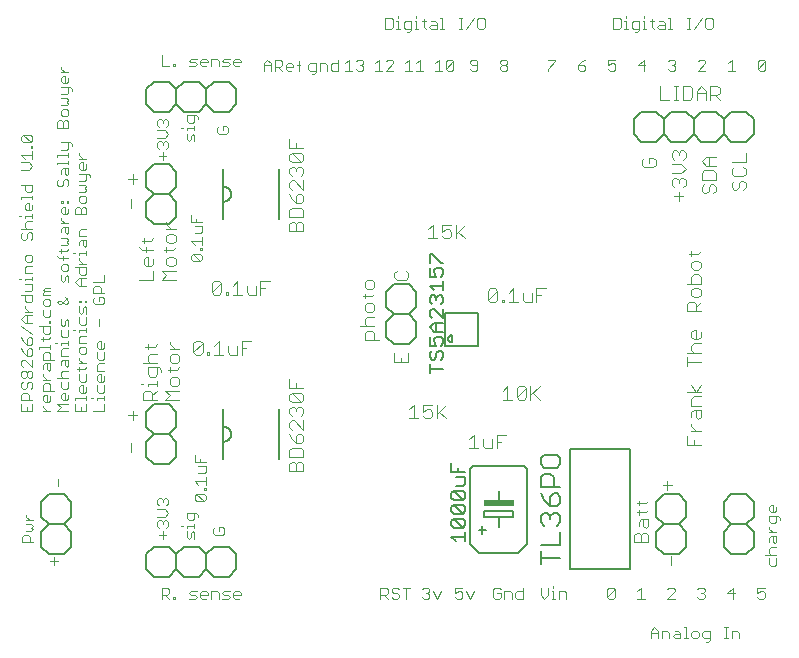
<source format=gto>
G75*
%MOIN*%
%OFA0B0*%
%FSLAX25Y25*%
%IPPOS*%
%LPD*%
%AMOC8*
5,1,8,0,0,1.08239X$1,22.5*
%
%ADD10C,0.00400*%
%ADD11C,0.00300*%
%ADD12C,0.00600*%
%ADD13R,0.10000X0.02000*%
%ADD14C,0.00500*%
%ADD15C,0.00800*%
D10*
X0075998Y0089950D02*
X0075998Y0093019D01*
X0076485Y0100717D02*
X0076485Y0103787D01*
X0074950Y0102252D02*
X0078019Y0102252D01*
X0079946Y0107450D02*
X0079946Y0109752D01*
X0080713Y0110519D01*
X0082248Y0110519D01*
X0083015Y0109752D01*
X0083015Y0107450D01*
X0083015Y0108985D02*
X0084550Y0110519D01*
X0084550Y0112054D02*
X0084550Y0113589D01*
X0084550Y0112821D02*
X0081481Y0112821D01*
X0081481Y0112054D01*
X0079946Y0112821D02*
X0079179Y0112821D01*
X0082248Y0115123D02*
X0083783Y0115123D01*
X0084550Y0115891D01*
X0084550Y0118192D01*
X0085317Y0118192D02*
X0081481Y0118192D01*
X0081481Y0115891D01*
X0082248Y0115123D01*
X0086085Y0116658D02*
X0086085Y0117425D01*
X0085317Y0118192D01*
X0084550Y0119727D02*
X0079946Y0119727D01*
X0081481Y0120494D02*
X0081481Y0122029D01*
X0082248Y0122796D01*
X0084550Y0122796D01*
X0083783Y0125098D02*
X0084550Y0125866D01*
X0083783Y0125098D02*
X0080713Y0125098D01*
X0081481Y0124331D02*
X0081481Y0125866D01*
X0088981Y0125866D02*
X0088981Y0126633D01*
X0088981Y0125866D02*
X0090515Y0124331D01*
X0088981Y0124331D02*
X0092050Y0124331D01*
X0091283Y0122796D02*
X0089748Y0122796D01*
X0088981Y0122029D01*
X0088981Y0120494D01*
X0089748Y0119727D01*
X0091283Y0119727D01*
X0092050Y0120494D01*
X0092050Y0122029D01*
X0091283Y0122796D01*
X0092050Y0118192D02*
X0091283Y0117425D01*
X0088213Y0117425D01*
X0088981Y0116658D02*
X0088981Y0118192D01*
X0089748Y0115123D02*
X0088981Y0114356D01*
X0088981Y0112821D01*
X0089748Y0112054D01*
X0091283Y0112054D01*
X0092050Y0112821D01*
X0092050Y0114356D01*
X0091283Y0115123D01*
X0089748Y0115123D01*
X0087446Y0110519D02*
X0092050Y0110519D01*
X0092050Y0107450D02*
X0087446Y0107450D01*
X0088981Y0108985D01*
X0087446Y0110519D01*
X0084550Y0107450D02*
X0079946Y0107450D01*
X0082248Y0119727D02*
X0081481Y0120494D01*
X0096732Y0123217D02*
X0099802Y0126287D01*
X0099802Y0123217D01*
X0099034Y0122450D01*
X0097500Y0122450D01*
X0096732Y0123217D01*
X0096732Y0126287D01*
X0097500Y0127054D01*
X0099034Y0127054D01*
X0099802Y0126287D01*
X0103638Y0125519D02*
X0105173Y0127054D01*
X0105173Y0122450D01*
X0106707Y0122450D02*
X0103638Y0122450D01*
X0102104Y0122450D02*
X0101336Y0122450D01*
X0101336Y0123217D01*
X0102104Y0123217D01*
X0102104Y0122450D01*
X0108242Y0123217D02*
X0109009Y0122450D01*
X0111311Y0122450D01*
X0111311Y0125519D01*
X0112846Y0124752D02*
X0114381Y0124752D01*
X0112846Y0127054D02*
X0115915Y0127054D01*
X0112846Y0127054D02*
X0112846Y0122450D01*
X0108242Y0123217D02*
X0108242Y0125519D01*
X0108354Y0142450D02*
X0107586Y0142450D01*
X0107586Y0143217D01*
X0108354Y0143217D01*
X0108354Y0142450D01*
X0109888Y0142450D02*
X0112957Y0142450D01*
X0111423Y0142450D02*
X0111423Y0147054D01*
X0109888Y0145519D01*
X0106052Y0146287D02*
X0106052Y0143217D01*
X0105284Y0142450D01*
X0103750Y0142450D01*
X0102982Y0143217D01*
X0106052Y0146287D01*
X0105284Y0147054D01*
X0103750Y0147054D01*
X0102982Y0146287D01*
X0102982Y0143217D01*
X0114492Y0143217D02*
X0115259Y0142450D01*
X0117561Y0142450D01*
X0117561Y0145519D01*
X0119096Y0144752D02*
X0120631Y0144752D01*
X0119096Y0147054D02*
X0122165Y0147054D01*
X0119096Y0147054D02*
X0119096Y0142450D01*
X0114492Y0143217D02*
X0114492Y0145519D01*
X0128696Y0163700D02*
X0128696Y0166002D01*
X0129463Y0166769D01*
X0130231Y0166769D01*
X0130998Y0166002D01*
X0130998Y0163700D01*
X0133300Y0163700D02*
X0128696Y0163700D01*
X0130998Y0166002D02*
X0131765Y0166769D01*
X0132533Y0166769D01*
X0133300Y0166002D01*
X0133300Y0163700D01*
X0133300Y0168304D02*
X0128696Y0168304D01*
X0128696Y0170606D01*
X0129463Y0171373D01*
X0132533Y0171373D01*
X0133300Y0170606D01*
X0133300Y0168304D01*
X0132533Y0172908D02*
X0133300Y0173675D01*
X0133300Y0175210D01*
X0132533Y0175977D01*
X0131765Y0175977D01*
X0130998Y0175210D01*
X0130998Y0172908D01*
X0132533Y0172908D01*
X0130998Y0172908D02*
X0129463Y0174442D01*
X0128696Y0175977D01*
X0129463Y0177512D02*
X0128696Y0178279D01*
X0128696Y0179814D01*
X0129463Y0180581D01*
X0130231Y0180581D01*
X0133300Y0177512D01*
X0133300Y0180581D01*
X0132533Y0182116D02*
X0133300Y0182883D01*
X0133300Y0184418D01*
X0132533Y0185185D01*
X0131765Y0185185D01*
X0130998Y0184418D01*
X0130998Y0183650D01*
X0130998Y0184418D02*
X0130231Y0185185D01*
X0129463Y0185185D01*
X0128696Y0184418D01*
X0128696Y0182883D01*
X0129463Y0182116D01*
X0129463Y0186720D02*
X0128696Y0187487D01*
X0128696Y0189022D01*
X0129463Y0189789D01*
X0132533Y0186720D01*
X0133300Y0187487D01*
X0133300Y0189022D01*
X0132533Y0189789D01*
X0129463Y0189789D01*
X0128696Y0191324D02*
X0128696Y0194393D01*
X0130998Y0192858D02*
X0130998Y0191324D01*
X0133300Y0191324D02*
X0128696Y0191324D01*
X0129463Y0186720D02*
X0132533Y0186720D01*
X0090800Y0164331D02*
X0087731Y0164331D01*
X0089265Y0164331D02*
X0087731Y0165866D01*
X0087731Y0166633D01*
X0088498Y0162796D02*
X0087731Y0162029D01*
X0087731Y0160494D01*
X0088498Y0159727D01*
X0090033Y0159727D01*
X0090800Y0160494D01*
X0090800Y0162029D01*
X0090033Y0162796D01*
X0088498Y0162796D01*
X0087731Y0158192D02*
X0087731Y0156658D01*
X0086963Y0157425D02*
X0090033Y0157425D01*
X0090800Y0158192D01*
X0090033Y0155123D02*
X0088498Y0155123D01*
X0087731Y0154356D01*
X0087731Y0152821D01*
X0088498Y0152054D01*
X0090033Y0152054D01*
X0090800Y0152821D01*
X0090800Y0154356D01*
X0090033Y0155123D01*
X0090800Y0150519D02*
X0086196Y0150519D01*
X0087731Y0148985D01*
X0086196Y0147450D01*
X0090800Y0147450D01*
X0083300Y0147450D02*
X0083300Y0150519D01*
X0082533Y0152054D02*
X0080998Y0152054D01*
X0080231Y0152821D01*
X0080231Y0154356D01*
X0080998Y0155123D01*
X0081765Y0155123D01*
X0081765Y0152054D01*
X0082533Y0152054D02*
X0083300Y0152821D01*
X0083300Y0154356D01*
X0080998Y0156658D02*
X0080998Y0158192D01*
X0079463Y0157425D02*
X0083300Y0157425D01*
X0082533Y0160494D02*
X0079463Y0160494D01*
X0080231Y0159727D02*
X0080231Y0161262D01*
X0082533Y0160494D02*
X0083300Y0161262D01*
X0079463Y0157425D02*
X0078696Y0158192D01*
X0078696Y0147450D02*
X0083300Y0147450D01*
X0075998Y0171200D02*
X0075998Y0174269D01*
X0076485Y0179467D02*
X0076485Y0182537D01*
X0074950Y0181002D02*
X0078019Y0181002D01*
X0153981Y0146633D02*
X0153981Y0145098D01*
X0154748Y0144331D01*
X0156283Y0144331D01*
X0157050Y0145098D01*
X0157050Y0146633D01*
X0156283Y0147400D01*
X0154748Y0147400D01*
X0153981Y0146633D01*
X0153981Y0142796D02*
X0153981Y0141262D01*
X0153213Y0142029D02*
X0156283Y0142029D01*
X0157050Y0142796D01*
X0156283Y0139727D02*
X0154748Y0139727D01*
X0153981Y0138960D01*
X0153981Y0137425D01*
X0154748Y0136658D01*
X0156283Y0136658D01*
X0157050Y0137425D01*
X0157050Y0138960D01*
X0156283Y0139727D01*
X0157050Y0135123D02*
X0154748Y0135123D01*
X0153981Y0134356D01*
X0153981Y0132821D01*
X0154748Y0132054D01*
X0154748Y0130519D02*
X0156283Y0130519D01*
X0157050Y0129752D01*
X0157050Y0127450D01*
X0158585Y0127450D02*
X0153981Y0127450D01*
X0153981Y0129752D01*
X0154748Y0130519D01*
X0152446Y0132054D02*
X0157050Y0132054D01*
X0163696Y0123019D02*
X0163696Y0119950D01*
X0168300Y0119950D01*
X0168300Y0123019D01*
X0165998Y0121485D02*
X0165998Y0119950D01*
X0170173Y0105804D02*
X0170173Y0101200D01*
X0171707Y0101200D02*
X0168638Y0101200D01*
X0173242Y0101967D02*
X0174009Y0101200D01*
X0175544Y0101200D01*
X0176311Y0101967D01*
X0176311Y0103502D01*
X0175544Y0104269D01*
X0174777Y0104269D01*
X0173242Y0103502D01*
X0173242Y0105804D01*
X0176311Y0105804D01*
X0177846Y0105804D02*
X0177846Y0101200D01*
X0177846Y0102735D02*
X0180915Y0105804D01*
X0178613Y0103502D02*
X0180915Y0101200D01*
X0188700Y0094269D02*
X0190235Y0095804D01*
X0190235Y0091200D01*
X0191769Y0091200D02*
X0188700Y0091200D01*
X0193304Y0091967D02*
X0194071Y0091200D01*
X0196373Y0091200D01*
X0196373Y0094269D01*
X0197908Y0093502D02*
X0199442Y0093502D01*
X0197908Y0091200D02*
X0197908Y0095804D01*
X0200977Y0095804D01*
X0193304Y0094269D02*
X0193304Y0091967D01*
X0199888Y0107450D02*
X0202957Y0107450D01*
X0201423Y0107450D02*
X0201423Y0112054D01*
X0199888Y0110519D01*
X0204492Y0111287D02*
X0204492Y0108217D01*
X0207561Y0111287D01*
X0207561Y0108217D01*
X0206794Y0107450D01*
X0205259Y0107450D01*
X0204492Y0108217D01*
X0204492Y0111287D02*
X0205259Y0112054D01*
X0206794Y0112054D01*
X0207561Y0111287D01*
X0209096Y0112054D02*
X0209096Y0107450D01*
X0209096Y0108985D02*
X0212165Y0112054D01*
X0209863Y0109752D02*
X0212165Y0107450D01*
X0211064Y0139950D02*
X0211064Y0144554D01*
X0214133Y0144554D01*
X0212598Y0142252D02*
X0211064Y0142252D01*
X0209529Y0143019D02*
X0209529Y0139950D01*
X0207227Y0139950D01*
X0206460Y0140717D01*
X0206460Y0143019D01*
X0203391Y0144554D02*
X0203391Y0139950D01*
X0204925Y0139950D02*
X0201856Y0139950D01*
X0200321Y0139950D02*
X0199554Y0139950D01*
X0199554Y0140717D01*
X0200321Y0140717D01*
X0200321Y0139950D01*
X0198019Y0140717D02*
X0197252Y0139950D01*
X0195717Y0139950D01*
X0194950Y0140717D01*
X0198019Y0143787D01*
X0198019Y0140717D01*
X0194950Y0140717D02*
X0194950Y0143787D01*
X0195717Y0144554D01*
X0197252Y0144554D01*
X0198019Y0143787D01*
X0201856Y0143019D02*
X0203391Y0144554D01*
X0187227Y0161200D02*
X0184925Y0163502D01*
X0184158Y0162735D02*
X0187227Y0165804D01*
X0184158Y0165804D02*
X0184158Y0161200D01*
X0182623Y0161967D02*
X0182623Y0163502D01*
X0181856Y0164269D01*
X0181089Y0164269D01*
X0179554Y0163502D01*
X0179554Y0165804D01*
X0182623Y0165804D01*
X0182623Y0161967D02*
X0181856Y0161200D01*
X0180321Y0161200D01*
X0179554Y0161967D01*
X0178019Y0161200D02*
X0174950Y0161200D01*
X0176485Y0161200D02*
X0176485Y0165804D01*
X0174950Y0164269D01*
X0167533Y0150519D02*
X0168300Y0149752D01*
X0168300Y0148217D01*
X0167533Y0147450D01*
X0164463Y0147450D01*
X0163696Y0148217D01*
X0163696Y0149752D01*
X0164463Y0150519D01*
X0128696Y0114393D02*
X0128696Y0111324D01*
X0133300Y0111324D01*
X0132533Y0109789D02*
X0129463Y0109789D01*
X0132533Y0106720D01*
X0133300Y0107487D01*
X0133300Y0109022D01*
X0132533Y0109789D01*
X0130998Y0111324D02*
X0130998Y0112858D01*
X0129463Y0109789D02*
X0128696Y0109022D01*
X0128696Y0107487D01*
X0129463Y0106720D01*
X0132533Y0106720D01*
X0132533Y0105185D02*
X0133300Y0104418D01*
X0133300Y0102883D01*
X0132533Y0102116D01*
X0133300Y0100581D02*
X0133300Y0097512D01*
X0130231Y0100581D01*
X0129463Y0100581D01*
X0128696Y0099814D01*
X0128696Y0098279D01*
X0129463Y0097512D01*
X0128696Y0095977D02*
X0129463Y0094442D01*
X0130998Y0092908D01*
X0130998Y0095210D01*
X0131765Y0095977D01*
X0132533Y0095977D01*
X0133300Y0095210D01*
X0133300Y0093675D01*
X0132533Y0092908D01*
X0130998Y0092908D01*
X0129463Y0091373D02*
X0128696Y0090606D01*
X0128696Y0088304D01*
X0133300Y0088304D01*
X0133300Y0090606D01*
X0132533Y0091373D01*
X0129463Y0091373D01*
X0129463Y0086769D02*
X0130231Y0086769D01*
X0130998Y0086002D01*
X0130998Y0083700D01*
X0133300Y0083700D02*
X0128696Y0083700D01*
X0128696Y0086002D01*
X0129463Y0086769D01*
X0130998Y0086002D02*
X0131765Y0086769D01*
X0132533Y0086769D01*
X0133300Y0086002D01*
X0133300Y0083700D01*
X0129463Y0102116D02*
X0128696Y0102883D01*
X0128696Y0104418D01*
X0129463Y0105185D01*
X0130231Y0105185D01*
X0130998Y0104418D01*
X0131765Y0105185D01*
X0132533Y0105185D01*
X0130998Y0104418D02*
X0130998Y0103650D01*
X0168638Y0104269D02*
X0170173Y0105804D01*
X0244463Y0072994D02*
X0247533Y0072994D01*
X0248300Y0073762D01*
X0245231Y0073762D02*
X0245231Y0072227D01*
X0245231Y0070692D02*
X0245231Y0069158D01*
X0244463Y0069925D02*
X0247533Y0069925D01*
X0248300Y0070692D01*
X0248300Y0067623D02*
X0248300Y0065321D01*
X0247533Y0064554D01*
X0246765Y0065321D01*
X0246765Y0067623D01*
X0245998Y0067623D02*
X0248300Y0067623D01*
X0245998Y0067623D02*
X0245231Y0066856D01*
X0245231Y0065321D01*
X0245231Y0063019D02*
X0245998Y0062252D01*
X0245998Y0059950D01*
X0248300Y0059950D02*
X0243696Y0059950D01*
X0243696Y0062252D01*
X0244463Y0063019D01*
X0245231Y0063019D01*
X0245998Y0062252D02*
X0246765Y0063019D01*
X0247533Y0063019D01*
X0248300Y0062252D01*
X0248300Y0059950D01*
X0255998Y0055519D02*
X0255998Y0052450D01*
X0254748Y0077450D02*
X0254748Y0080519D01*
X0253213Y0078985D02*
X0256283Y0078985D01*
X0261196Y0092450D02*
X0261196Y0095519D01*
X0262731Y0097054D02*
X0265800Y0097054D01*
X0264265Y0097054D02*
X0262731Y0098589D01*
X0262731Y0099356D01*
X0262731Y0101658D02*
X0262731Y0103192D01*
X0263498Y0103960D01*
X0265800Y0103960D01*
X0265800Y0101658D01*
X0265033Y0100891D01*
X0264265Y0101658D01*
X0264265Y0103960D01*
X0262731Y0105494D02*
X0262731Y0107796D01*
X0263498Y0108564D01*
X0265800Y0108564D01*
X0265800Y0110098D02*
X0261196Y0110098D01*
X0262731Y0112400D02*
X0264265Y0110098D01*
X0265800Y0112400D01*
X0261196Y0118539D02*
X0261196Y0121608D01*
X0261196Y0120074D02*
X0265800Y0120074D01*
X0265800Y0123143D02*
X0261196Y0123143D01*
X0262731Y0123910D02*
X0263498Y0123143D01*
X0262731Y0123910D02*
X0262731Y0125445D01*
X0263498Y0126212D01*
X0265800Y0126212D01*
X0265033Y0127747D02*
X0263498Y0127747D01*
X0262731Y0128514D01*
X0262731Y0130049D01*
X0263498Y0130816D01*
X0264265Y0130816D01*
X0264265Y0127747D01*
X0265033Y0127747D02*
X0265800Y0128514D01*
X0265800Y0130049D01*
X0265800Y0136955D02*
X0261196Y0136955D01*
X0261196Y0139257D01*
X0261963Y0140024D01*
X0263498Y0140024D01*
X0264265Y0139257D01*
X0264265Y0136955D01*
X0264265Y0138489D02*
X0265800Y0140024D01*
X0265033Y0141559D02*
X0263498Y0141559D01*
X0262731Y0142326D01*
X0262731Y0143860D01*
X0263498Y0144628D01*
X0265033Y0144628D01*
X0265800Y0143860D01*
X0265800Y0142326D01*
X0265033Y0141559D01*
X0265800Y0146162D02*
X0261196Y0146162D01*
X0262731Y0146162D02*
X0262731Y0148464D01*
X0263498Y0149232D01*
X0265033Y0149232D01*
X0265800Y0148464D01*
X0265800Y0146162D01*
X0265033Y0150766D02*
X0263498Y0150766D01*
X0262731Y0151534D01*
X0262731Y0153068D01*
X0263498Y0153836D01*
X0265033Y0153836D01*
X0265800Y0153068D01*
X0265800Y0151534D01*
X0265033Y0150766D01*
X0262731Y0155370D02*
X0262731Y0156905D01*
X0261963Y0156138D02*
X0265033Y0156138D01*
X0265800Y0156905D01*
X0258498Y0173700D02*
X0258498Y0176769D01*
X0256963Y0175235D02*
X0260033Y0175235D01*
X0260033Y0178304D02*
X0260800Y0179071D01*
X0260800Y0180606D01*
X0260033Y0181373D01*
X0259265Y0181373D01*
X0258498Y0180606D01*
X0258498Y0179839D01*
X0258498Y0180606D02*
X0257731Y0181373D01*
X0256963Y0181373D01*
X0256196Y0180606D01*
X0256196Y0179071D01*
X0256963Y0178304D01*
X0256196Y0182908D02*
X0259265Y0182908D01*
X0260800Y0184442D01*
X0259265Y0185977D01*
X0256196Y0185977D01*
X0256963Y0187512D02*
X0256196Y0188279D01*
X0256196Y0189814D01*
X0256963Y0190581D01*
X0257731Y0190581D01*
X0258498Y0189814D01*
X0259265Y0190581D01*
X0260033Y0190581D01*
X0260800Y0189814D01*
X0260800Y0188279D01*
X0260033Y0187512D01*
X0258498Y0189046D02*
X0258498Y0189814D01*
X0266196Y0186942D02*
X0267731Y0188477D01*
X0270800Y0188477D01*
X0268498Y0188477D02*
X0268498Y0185408D01*
X0267731Y0185408D02*
X0266196Y0186942D01*
X0267731Y0185408D02*
X0270800Y0185408D01*
X0270033Y0183873D02*
X0266963Y0183873D01*
X0266196Y0183106D01*
X0266196Y0180804D01*
X0270800Y0180804D01*
X0270800Y0183106D01*
X0270033Y0183873D01*
X0270033Y0179269D02*
X0270800Y0178502D01*
X0270800Y0176967D01*
X0270033Y0176200D01*
X0268498Y0176967D02*
X0267731Y0176200D01*
X0266963Y0176200D01*
X0266196Y0176967D01*
X0266196Y0178502D01*
X0266963Y0179269D01*
X0268498Y0178502D02*
X0269265Y0179269D01*
X0270033Y0179269D01*
X0268498Y0178502D02*
X0268498Y0176967D01*
X0276196Y0178217D02*
X0276963Y0177450D01*
X0277731Y0177450D01*
X0278498Y0178217D01*
X0278498Y0179752D01*
X0279265Y0180519D01*
X0280033Y0180519D01*
X0280800Y0179752D01*
X0280800Y0178217D01*
X0280033Y0177450D01*
X0276963Y0180519D02*
X0276196Y0179752D01*
X0276196Y0178217D01*
X0276963Y0182054D02*
X0276196Y0182821D01*
X0276196Y0184356D01*
X0276963Y0185123D01*
X0276196Y0186658D02*
X0280800Y0186658D01*
X0280800Y0189727D01*
X0280033Y0185123D02*
X0280800Y0184356D01*
X0280800Y0182821D01*
X0280033Y0182054D01*
X0276963Y0182054D01*
X0250800Y0185717D02*
X0250800Y0187252D01*
X0250033Y0188019D01*
X0248498Y0188019D01*
X0248498Y0186485D01*
X0246963Y0188019D02*
X0246196Y0187252D01*
X0246196Y0185717D01*
X0246963Y0184950D01*
X0250033Y0184950D01*
X0250800Y0185717D01*
X0252215Y0207450D02*
X0255284Y0207450D01*
X0256819Y0207450D02*
X0258354Y0207450D01*
X0257586Y0207450D02*
X0257586Y0212054D01*
X0256819Y0212054D02*
X0258354Y0212054D01*
X0259888Y0212054D02*
X0262190Y0212054D01*
X0262957Y0211287D01*
X0262957Y0208217D01*
X0262190Y0207450D01*
X0259888Y0207450D01*
X0259888Y0212054D01*
X0264492Y0210519D02*
X0264492Y0207450D01*
X0264492Y0209752D02*
X0267561Y0209752D01*
X0267561Y0210519D02*
X0266027Y0212054D01*
X0264492Y0210519D01*
X0267561Y0210519D02*
X0267561Y0207450D01*
X0269096Y0207450D02*
X0269096Y0212054D01*
X0271398Y0212054D01*
X0272165Y0211287D01*
X0272165Y0209752D01*
X0271398Y0208985D01*
X0269096Y0208985D01*
X0270631Y0208985D02*
X0272165Y0207450D01*
X0252215Y0207450D02*
X0252215Y0212054D01*
X0262731Y0105494D02*
X0265800Y0105494D01*
X0263498Y0093985D02*
X0263498Y0092450D01*
X0265800Y0092450D02*
X0261196Y0092450D01*
D11*
X0050248Y0054869D02*
X0050248Y0052400D01*
X0049014Y0053634D02*
X0051483Y0053634D01*
X0043350Y0059900D02*
X0039647Y0059900D01*
X0039647Y0061752D01*
X0040264Y0062369D01*
X0041498Y0062369D01*
X0042116Y0061752D01*
X0042116Y0059900D01*
X0042733Y0063583D02*
X0043350Y0064200D01*
X0042733Y0064818D01*
X0043350Y0065435D01*
X0042733Y0066052D01*
X0040881Y0066052D01*
X0040881Y0067266D02*
X0043350Y0067266D01*
X0042116Y0067266D02*
X0040881Y0068501D01*
X0040881Y0069118D01*
X0040881Y0063583D02*
X0042733Y0063583D01*
X0051498Y0078650D02*
X0051498Y0081119D01*
X0051397Y0103650D02*
X0052631Y0104884D01*
X0051397Y0106119D01*
X0055100Y0106119D01*
X0054483Y0107333D02*
X0053248Y0107333D01*
X0052631Y0107950D01*
X0052631Y0109185D01*
X0053248Y0109802D01*
X0053866Y0109802D01*
X0053866Y0107333D01*
X0054483Y0107333D02*
X0055100Y0107950D01*
X0055100Y0109185D01*
X0054483Y0111016D02*
X0055100Y0111633D01*
X0055100Y0113485D01*
X0055100Y0114699D02*
X0051397Y0114699D01*
X0052631Y0115317D02*
X0052631Y0116551D01*
X0053248Y0117168D01*
X0055100Y0117168D01*
X0054483Y0118383D02*
X0053866Y0119000D01*
X0053866Y0120851D01*
X0053248Y0120851D02*
X0055100Y0120851D01*
X0055100Y0119000D01*
X0054483Y0118383D01*
X0052631Y0119000D02*
X0052631Y0120234D01*
X0053248Y0120851D01*
X0052631Y0122066D02*
X0052631Y0123917D01*
X0053248Y0124534D01*
X0055100Y0124534D01*
X0055100Y0125749D02*
X0055100Y0126983D01*
X0055100Y0126366D02*
X0052631Y0126366D01*
X0052631Y0125749D01*
X0051397Y0126366D02*
X0050780Y0126366D01*
X0049100Y0125756D02*
X0049100Y0124521D01*
X0049100Y0125138D02*
X0045397Y0125138D01*
X0045397Y0124521D01*
X0046631Y0122690D02*
X0047248Y0123307D01*
X0048483Y0123307D01*
X0049100Y0122690D01*
X0049100Y0120838D01*
X0049100Y0119624D02*
X0049100Y0117772D01*
X0048483Y0117155D01*
X0047866Y0117772D01*
X0047866Y0119624D01*
X0047248Y0119624D02*
X0049100Y0119624D01*
X0050334Y0120838D02*
X0046631Y0120838D01*
X0046631Y0122690D01*
X0047248Y0119624D02*
X0046631Y0119006D01*
X0046631Y0117772D01*
X0046631Y0115937D02*
X0046631Y0115320D01*
X0047866Y0114086D01*
X0049100Y0114086D02*
X0046631Y0114086D01*
X0047248Y0112871D02*
X0048483Y0112871D01*
X0049100Y0112254D01*
X0049100Y0110402D01*
X0050334Y0110402D02*
X0046631Y0110402D01*
X0046631Y0112254D01*
X0047248Y0112871D01*
X0047248Y0109188D02*
X0047866Y0109188D01*
X0047866Y0106719D01*
X0048483Y0106719D02*
X0047248Y0106719D01*
X0046631Y0107336D01*
X0046631Y0108571D01*
X0047248Y0109188D01*
X0049100Y0108571D02*
X0049100Y0107336D01*
X0048483Y0106719D01*
X0046631Y0105502D02*
X0046631Y0104884D01*
X0047866Y0103650D01*
X0049100Y0103650D02*
X0046631Y0103650D01*
X0051397Y0103650D02*
X0055100Y0103650D01*
X0057397Y0103650D02*
X0057397Y0106119D01*
X0057397Y0107333D02*
X0057397Y0107950D01*
X0061100Y0107950D01*
X0061100Y0107333D02*
X0061100Y0108568D01*
X0060483Y0109789D02*
X0059248Y0109789D01*
X0058631Y0110406D01*
X0058631Y0111640D01*
X0059248Y0112257D01*
X0059866Y0112257D01*
X0059866Y0109789D01*
X0060483Y0109789D02*
X0061100Y0110406D01*
X0061100Y0111640D01*
X0060483Y0113472D02*
X0061100Y0114089D01*
X0061100Y0115940D01*
X0060483Y0117772D02*
X0058014Y0117772D01*
X0058631Y0117155D02*
X0058631Y0118389D01*
X0058631Y0119610D02*
X0061100Y0119610D01*
X0061100Y0118389D02*
X0060483Y0117772D01*
X0059866Y0119610D02*
X0058631Y0120845D01*
X0058631Y0121462D01*
X0059248Y0122680D02*
X0058631Y0123297D01*
X0058631Y0124531D01*
X0059248Y0125148D01*
X0060483Y0125148D01*
X0061100Y0124531D01*
X0061100Y0123297D01*
X0060483Y0122680D01*
X0059248Y0122680D01*
X0064631Y0123307D02*
X0064631Y0121455D01*
X0065248Y0120838D01*
X0066483Y0120838D01*
X0067100Y0121455D01*
X0067100Y0123307D01*
X0066483Y0124521D02*
X0065248Y0124521D01*
X0064631Y0125138D01*
X0064631Y0126373D01*
X0065248Y0126990D01*
X0065866Y0126990D01*
X0065866Y0124521D01*
X0066483Y0124521D02*
X0067100Y0125138D01*
X0067100Y0126373D01*
X0065248Y0131887D02*
X0065248Y0134356D01*
X0061100Y0134970D02*
X0061100Y0133118D01*
X0060483Y0132501D01*
X0059248Y0132501D01*
X0058631Y0133118D01*
X0058631Y0134970D01*
X0059248Y0136184D02*
X0058631Y0136802D01*
X0058631Y0138653D01*
X0058631Y0139868D02*
X0059248Y0139868D01*
X0059248Y0140485D01*
X0058631Y0140485D01*
X0058631Y0139868D01*
X0060483Y0139868D02*
X0060483Y0140485D01*
X0061100Y0140485D01*
X0061100Y0139868D01*
X0060483Y0139868D01*
X0060483Y0138653D02*
X0059866Y0138036D01*
X0059866Y0136802D01*
X0059248Y0136184D01*
X0061100Y0136184D02*
X0061100Y0138036D01*
X0060483Y0138653D01*
X0063397Y0139871D02*
X0063397Y0141105D01*
X0064014Y0141723D01*
X0065248Y0141723D02*
X0065248Y0140488D01*
X0065248Y0141723D02*
X0066483Y0141723D01*
X0067100Y0141105D01*
X0067100Y0139871D01*
X0066483Y0139254D01*
X0064014Y0139254D01*
X0063397Y0139871D01*
X0063397Y0142937D02*
X0063397Y0144788D01*
X0064014Y0145406D01*
X0065248Y0145406D01*
X0065866Y0144788D01*
X0065866Y0142937D01*
X0067100Y0142937D02*
X0063397Y0142937D01*
X0061100Y0145392D02*
X0058631Y0145392D01*
X0057397Y0146627D01*
X0058631Y0147861D01*
X0061100Y0147861D01*
X0060483Y0149075D02*
X0059248Y0149075D01*
X0058631Y0149693D01*
X0058631Y0151544D01*
X0058631Y0152759D02*
X0061100Y0152759D01*
X0061100Y0151544D02*
X0057397Y0151544D01*
X0055100Y0152155D02*
X0054483Y0152772D01*
X0053248Y0152772D01*
X0052631Y0152155D01*
X0052631Y0150920D01*
X0053248Y0150303D01*
X0054483Y0150303D01*
X0055100Y0150920D01*
X0055100Y0152155D01*
X0055100Y0154603D02*
X0052014Y0154603D01*
X0051397Y0155221D01*
X0052631Y0156442D02*
X0052631Y0157676D01*
X0052014Y0157059D02*
X0054483Y0157059D01*
X0055100Y0157676D01*
X0054483Y0158897D02*
X0055100Y0159514D01*
X0054483Y0160132D01*
X0055100Y0160749D01*
X0054483Y0161366D01*
X0052631Y0161366D01*
X0052631Y0163197D02*
X0052631Y0164432D01*
X0053248Y0165049D01*
X0055100Y0165049D01*
X0055100Y0163197D01*
X0054483Y0162580D01*
X0053866Y0163197D01*
X0053866Y0165049D01*
X0053866Y0166263D02*
X0052631Y0167498D01*
X0052631Y0168115D01*
X0053248Y0169333D02*
X0052631Y0169950D01*
X0052631Y0171184D01*
X0053248Y0171802D01*
X0053866Y0171802D01*
X0053866Y0169333D01*
X0054483Y0169333D02*
X0053248Y0169333D01*
X0054483Y0169333D02*
X0055100Y0169950D01*
X0055100Y0171184D01*
X0055100Y0173016D02*
X0054483Y0173016D01*
X0054483Y0173633D01*
X0055100Y0173633D01*
X0055100Y0173016D01*
X0053248Y0173016D02*
X0052631Y0173016D01*
X0052631Y0173633D01*
X0053248Y0173633D01*
X0053248Y0173016D01*
X0057397Y0171184D02*
X0058014Y0171801D01*
X0058631Y0171801D01*
X0059248Y0171184D01*
X0059248Y0169333D01*
X0057397Y0169333D02*
X0061100Y0169333D01*
X0061100Y0171184D01*
X0060483Y0171801D01*
X0059866Y0171801D01*
X0059248Y0171184D01*
X0059248Y0173016D02*
X0058631Y0173633D01*
X0058631Y0174867D01*
X0059248Y0175485D01*
X0060483Y0175485D01*
X0061100Y0174867D01*
X0061100Y0173633D01*
X0060483Y0173016D01*
X0059248Y0173016D01*
X0057397Y0171184D02*
X0057397Y0169333D01*
X0055100Y0166263D02*
X0052631Y0166263D01*
X0058631Y0163818D02*
X0058631Y0161966D01*
X0061100Y0161966D01*
X0061100Y0160752D02*
X0061100Y0158900D01*
X0060483Y0158283D01*
X0059866Y0158900D01*
X0059866Y0160752D01*
X0059248Y0160752D02*
X0061100Y0160752D01*
X0059248Y0160752D02*
X0058631Y0160135D01*
X0058631Y0158900D01*
X0058631Y0156445D02*
X0061100Y0156445D01*
X0061100Y0155828D02*
X0061100Y0157062D01*
X0058631Y0156445D02*
X0058631Y0155828D01*
X0058631Y0154610D02*
X0058631Y0153993D01*
X0059866Y0152759D01*
X0061100Y0151544D02*
X0061100Y0149693D01*
X0060483Y0149075D01*
X0059248Y0147861D02*
X0059248Y0145392D01*
X0063397Y0146620D02*
X0067100Y0146620D01*
X0067100Y0149089D01*
X0057397Y0156445D02*
X0056780Y0156445D01*
X0054483Y0158897D02*
X0052631Y0158897D01*
X0053248Y0155221D02*
X0053248Y0153986D01*
X0052631Y0149089D02*
X0052631Y0147237D01*
X0053248Y0146620D01*
X0053866Y0147237D01*
X0053866Y0148472D01*
X0054483Y0149089D01*
X0055100Y0148472D01*
X0055100Y0146620D01*
X0055100Y0141723D02*
X0052631Y0139254D01*
X0052014Y0139254D01*
X0051397Y0139871D01*
X0052014Y0140488D01*
X0052631Y0140488D01*
X0053866Y0139254D01*
X0054483Y0139254D01*
X0055100Y0139871D01*
X0055100Y0140488D01*
X0053866Y0141723D01*
X0049100Y0142323D02*
X0046631Y0142323D01*
X0046631Y0142940D01*
X0047248Y0143557D01*
X0046631Y0144175D01*
X0047248Y0144792D01*
X0049100Y0144792D01*
X0049100Y0143557D02*
X0047248Y0143557D01*
X0047248Y0141109D02*
X0046631Y0140491D01*
X0046631Y0139257D01*
X0047248Y0138640D01*
X0048483Y0138640D01*
X0049100Y0139257D01*
X0049100Y0140491D01*
X0048483Y0141109D01*
X0047248Y0141109D01*
X0046631Y0137425D02*
X0046631Y0135574D01*
X0047248Y0134957D01*
X0048483Y0134957D01*
X0049100Y0135574D01*
X0049100Y0137425D01*
X0049100Y0133732D02*
X0049100Y0133115D01*
X0048483Y0133115D01*
X0048483Y0133732D01*
X0049100Y0133732D01*
X0049100Y0131901D02*
X0045397Y0131901D01*
X0046631Y0131901D02*
X0046631Y0130049D01*
X0047248Y0129432D01*
X0048483Y0129432D01*
X0049100Y0130049D01*
X0049100Y0131901D01*
X0052631Y0132505D02*
X0052631Y0134356D01*
X0053866Y0133739D02*
X0053866Y0132505D01*
X0053248Y0131887D01*
X0052631Y0132505D01*
X0053866Y0133739D02*
X0054483Y0134356D01*
X0055100Y0133739D01*
X0055100Y0131887D01*
X0055100Y0130673D02*
X0055100Y0128821D01*
X0054483Y0128204D01*
X0053248Y0128204D01*
X0052631Y0128821D01*
X0052631Y0130673D01*
X0056780Y0130663D02*
X0057397Y0130663D01*
X0058631Y0130663D02*
X0061100Y0130663D01*
X0061100Y0130046D02*
X0061100Y0131280D01*
X0061100Y0128831D02*
X0059248Y0128831D01*
X0058631Y0128214D01*
X0058631Y0126363D01*
X0061100Y0126363D01*
X0058631Y0130046D02*
X0058631Y0130663D01*
X0049100Y0128211D02*
X0048483Y0127594D01*
X0046014Y0127594D01*
X0046631Y0126977D02*
X0046631Y0128211D01*
X0043100Y0127600D02*
X0042483Y0128218D01*
X0041866Y0128218D01*
X0041248Y0127600D01*
X0041248Y0125749D01*
X0042483Y0125749D01*
X0043100Y0126366D01*
X0043100Y0127600D01*
X0043100Y0129432D02*
X0039397Y0131901D01*
X0040631Y0133115D02*
X0039397Y0134350D01*
X0040631Y0135584D01*
X0043100Y0135584D01*
X0043100Y0136798D02*
X0040631Y0136798D01*
X0041866Y0136798D02*
X0040631Y0138033D01*
X0040631Y0138650D01*
X0041248Y0139868D02*
X0040631Y0140485D01*
X0040631Y0142336D01*
X0040631Y0143551D02*
X0042483Y0143551D01*
X0043100Y0144168D01*
X0043100Y0146020D01*
X0040631Y0146020D01*
X0040631Y0147234D02*
X0040631Y0147851D01*
X0043100Y0147851D01*
X0043100Y0147234D02*
X0043100Y0148468D01*
X0043100Y0149689D02*
X0040631Y0149689D01*
X0040631Y0151541D01*
X0041248Y0152158D01*
X0043100Y0152158D01*
X0042483Y0153372D02*
X0043100Y0153990D01*
X0043100Y0155224D01*
X0042483Y0155841D01*
X0041248Y0155841D01*
X0040631Y0155224D01*
X0040631Y0153990D01*
X0041248Y0153372D01*
X0042483Y0153372D01*
X0039397Y0147851D02*
X0038780Y0147851D01*
X0039397Y0142336D02*
X0043100Y0142336D01*
X0043100Y0140485D01*
X0042483Y0139868D01*
X0041248Y0139868D01*
X0041248Y0135584D02*
X0041248Y0133115D01*
X0040631Y0133115D02*
X0043100Y0133115D01*
X0039397Y0128218D02*
X0040014Y0126983D01*
X0041248Y0125749D01*
X0041866Y0124534D02*
X0041248Y0123917D01*
X0041248Y0122066D01*
X0042483Y0122066D01*
X0043100Y0122683D01*
X0043100Y0123917D01*
X0042483Y0124534D01*
X0041866Y0124534D01*
X0040014Y0123300D02*
X0041248Y0122066D01*
X0040631Y0120851D02*
X0040014Y0120851D01*
X0039397Y0120234D01*
X0039397Y0119000D01*
X0040014Y0118383D01*
X0040014Y0117168D02*
X0040631Y0117168D01*
X0041248Y0116551D01*
X0041248Y0115317D01*
X0040631Y0114699D01*
X0040014Y0114699D01*
X0039397Y0115317D01*
X0039397Y0116551D01*
X0040014Y0117168D01*
X0041248Y0116551D02*
X0041866Y0117168D01*
X0042483Y0117168D01*
X0043100Y0116551D01*
X0043100Y0115317D01*
X0042483Y0114699D01*
X0041866Y0114699D01*
X0041248Y0115317D01*
X0041866Y0113485D02*
X0042483Y0113485D01*
X0043100Y0112868D01*
X0043100Y0111633D01*
X0042483Y0111016D01*
X0041248Y0111633D02*
X0040631Y0111016D01*
X0040014Y0111016D01*
X0039397Y0111633D01*
X0039397Y0112868D01*
X0040014Y0113485D01*
X0041248Y0112868D02*
X0041866Y0113485D01*
X0041248Y0112868D02*
X0041248Y0111633D01*
X0041248Y0109802D02*
X0040014Y0109802D01*
X0039397Y0109185D01*
X0039397Y0107333D01*
X0043100Y0107333D01*
X0043100Y0106119D02*
X0043100Y0103650D01*
X0039397Y0103650D01*
X0039397Y0106119D01*
X0041248Y0104884D02*
X0041248Y0103650D01*
X0041866Y0107333D02*
X0041866Y0109185D01*
X0041248Y0109802D01*
X0043100Y0118383D02*
X0040631Y0120851D01*
X0043100Y0120851D02*
X0043100Y0118383D01*
X0040014Y0123300D02*
X0039397Y0124534D01*
X0052631Y0122066D02*
X0055100Y0122066D01*
X0058631Y0115940D02*
X0058631Y0114089D01*
X0059248Y0113472D01*
X0060483Y0113472D01*
X0064631Y0114089D02*
X0064631Y0115323D01*
X0065248Y0115940D01*
X0065866Y0115940D01*
X0065866Y0113472D01*
X0066483Y0113472D02*
X0065248Y0113472D01*
X0064631Y0114089D01*
X0064631Y0112257D02*
X0064631Y0110406D01*
X0065248Y0109789D01*
X0066483Y0109789D01*
X0067100Y0110406D01*
X0067100Y0112257D01*
X0066483Y0113472D02*
X0067100Y0114089D01*
X0067100Y0115323D01*
X0067100Y0117155D02*
X0064631Y0117155D01*
X0064631Y0119006D01*
X0065248Y0119624D01*
X0067100Y0119624D01*
X0053248Y0114699D02*
X0052631Y0115317D01*
X0052631Y0113485D02*
X0052631Y0111633D01*
X0053248Y0111016D01*
X0054483Y0111016D01*
X0059248Y0104884D02*
X0059248Y0103650D01*
X0057397Y0103650D02*
X0061100Y0103650D01*
X0061100Y0106119D01*
X0062780Y0107950D02*
X0063397Y0107950D01*
X0064631Y0107950D02*
X0067100Y0107950D01*
X0067100Y0107333D02*
X0067100Y0108568D01*
X0067100Y0106119D02*
X0067100Y0103650D01*
X0063397Y0103650D01*
X0064631Y0107333D02*
X0064631Y0107950D01*
X0097147Y0089010D02*
X0097147Y0086541D01*
X0100850Y0086541D01*
X0100850Y0085327D02*
X0098381Y0085327D01*
X0098998Y0086541D02*
X0098998Y0087775D01*
X0100850Y0085327D02*
X0100850Y0083475D01*
X0100233Y0082858D01*
X0098381Y0082858D01*
X0097147Y0080409D02*
X0100850Y0080409D01*
X0100850Y0079175D02*
X0100850Y0081643D01*
X0098381Y0079175D02*
X0097147Y0080409D01*
X0100233Y0077950D02*
X0100850Y0077950D01*
X0100850Y0077333D01*
X0100233Y0077333D01*
X0100233Y0077950D01*
X0100233Y0076119D02*
X0097764Y0076119D01*
X0100233Y0073650D01*
X0100850Y0074267D01*
X0100850Y0075502D01*
X0100233Y0076119D01*
X0097764Y0076119D02*
X0097147Y0075502D01*
X0097147Y0074267D01*
X0097764Y0073650D01*
X0100233Y0073650D01*
X0097717Y0069757D02*
X0094631Y0069757D01*
X0094631Y0067906D01*
X0095248Y0067289D01*
X0096483Y0067289D01*
X0097100Y0067906D01*
X0097100Y0069757D01*
X0097717Y0069757D02*
X0098334Y0069140D01*
X0098334Y0068523D01*
X0097100Y0066068D02*
X0097100Y0064833D01*
X0097100Y0065450D02*
X0094631Y0065450D01*
X0094631Y0064833D01*
X0094631Y0063619D02*
X0094631Y0061767D01*
X0095248Y0061150D01*
X0095866Y0061767D01*
X0095866Y0063002D01*
X0096483Y0063619D01*
X0097100Y0063002D01*
X0097100Y0061150D01*
X0093397Y0065450D02*
X0092780Y0065450D01*
X0088350Y0065450D02*
X0087733Y0064833D01*
X0088350Y0065450D02*
X0088350Y0066685D01*
X0087733Y0067302D01*
X0087116Y0067302D01*
X0086498Y0066685D01*
X0086498Y0066068D01*
X0086498Y0066685D02*
X0085881Y0067302D01*
X0085264Y0067302D01*
X0084647Y0066685D01*
X0084647Y0065450D01*
X0085264Y0064833D01*
X0086498Y0063619D02*
X0086498Y0061150D01*
X0085264Y0062384D02*
X0087733Y0062384D01*
X0087116Y0068516D02*
X0084647Y0068516D01*
X0087116Y0068516D02*
X0088350Y0069751D01*
X0087116Y0070985D01*
X0084647Y0070985D01*
X0085264Y0072199D02*
X0084647Y0072817D01*
X0084647Y0074051D01*
X0085264Y0074668D01*
X0085881Y0074668D01*
X0086498Y0074051D01*
X0087116Y0074668D01*
X0087733Y0074668D01*
X0088350Y0074051D01*
X0088350Y0072817D01*
X0087733Y0072199D01*
X0086498Y0073434D02*
X0086498Y0074051D01*
X0103397Y0064252D02*
X0103397Y0063017D01*
X0104014Y0062400D01*
X0106483Y0062400D01*
X0107100Y0063017D01*
X0107100Y0064252D01*
X0106483Y0064869D01*
X0105248Y0064869D01*
X0105248Y0063634D01*
X0104014Y0064869D02*
X0103397Y0064252D01*
X0102724Y0043619D02*
X0104576Y0043619D01*
X0105193Y0043002D01*
X0105193Y0041150D01*
X0106407Y0041150D02*
X0108259Y0041150D01*
X0108876Y0041767D01*
X0108259Y0042384D01*
X0107024Y0042384D01*
X0106407Y0043002D01*
X0107024Y0043619D01*
X0108876Y0043619D01*
X0110090Y0043002D02*
X0110708Y0043619D01*
X0111942Y0043619D01*
X0112559Y0043002D01*
X0112559Y0042384D01*
X0110090Y0042384D01*
X0110090Y0041767D02*
X0110090Y0043002D01*
X0110090Y0041767D02*
X0110708Y0041150D01*
X0111942Y0041150D01*
X0102724Y0041150D02*
X0102724Y0043619D01*
X0101510Y0043002D02*
X0101510Y0042384D01*
X0099041Y0042384D01*
X0099041Y0041767D02*
X0099041Y0043002D01*
X0099658Y0043619D01*
X0100893Y0043619D01*
X0101510Y0043002D01*
X0100893Y0041150D02*
X0099658Y0041150D01*
X0099041Y0041767D01*
X0097827Y0041767D02*
X0097209Y0042384D01*
X0095975Y0042384D01*
X0095358Y0043002D01*
X0095975Y0043619D01*
X0097827Y0043619D01*
X0097827Y0041767D02*
X0097209Y0041150D01*
X0095358Y0041150D01*
X0090450Y0041150D02*
X0089833Y0041150D01*
X0089833Y0041767D01*
X0090450Y0041767D01*
X0090450Y0041150D01*
X0088619Y0041150D02*
X0087384Y0042384D01*
X0088002Y0042384D02*
X0086150Y0042384D01*
X0086150Y0041150D02*
X0086150Y0044853D01*
X0088002Y0044853D01*
X0088619Y0044236D01*
X0088619Y0043002D01*
X0088002Y0042384D01*
X0159110Y0042384D02*
X0160962Y0042384D01*
X0161579Y0043002D01*
X0161579Y0044236D01*
X0160962Y0044853D01*
X0159110Y0044853D01*
X0159110Y0041150D01*
X0160345Y0042384D02*
X0161579Y0041150D01*
X0162793Y0041767D02*
X0163411Y0041150D01*
X0164645Y0041150D01*
X0165262Y0041767D01*
X0165262Y0042384D01*
X0164645Y0043002D01*
X0163411Y0043002D01*
X0162793Y0043619D01*
X0162793Y0044236D01*
X0163411Y0044853D01*
X0164645Y0044853D01*
X0165262Y0044236D01*
X0166477Y0044853D02*
X0168945Y0044853D01*
X0167711Y0044853D02*
X0167711Y0041150D01*
X0172970Y0041767D02*
X0173587Y0041150D01*
X0174822Y0041150D01*
X0175439Y0041767D01*
X0175439Y0042384D01*
X0174822Y0043002D01*
X0174204Y0043002D01*
X0174822Y0043002D02*
X0175439Y0043619D01*
X0175439Y0044236D01*
X0174822Y0044853D01*
X0173587Y0044853D01*
X0172970Y0044236D01*
X0176653Y0043619D02*
X0177888Y0041150D01*
X0179122Y0043619D01*
X0183970Y0043002D02*
X0185204Y0043619D01*
X0185822Y0043619D01*
X0186439Y0043002D01*
X0186439Y0041767D01*
X0185822Y0041150D01*
X0184587Y0041150D01*
X0183970Y0041767D01*
X0183970Y0043002D02*
X0183970Y0044853D01*
X0186439Y0044853D01*
X0187653Y0043619D02*
X0188888Y0041150D01*
X0190122Y0043619D01*
X0196690Y0044236D02*
X0196690Y0041767D01*
X0197307Y0041150D01*
X0198541Y0041150D01*
X0199159Y0041767D01*
X0199159Y0043002D01*
X0197924Y0043002D01*
X0196690Y0044236D02*
X0197307Y0044853D01*
X0198541Y0044853D01*
X0199159Y0044236D01*
X0200373Y0043619D02*
X0202224Y0043619D01*
X0202842Y0043002D01*
X0202842Y0041150D01*
X0204056Y0041767D02*
X0204056Y0043002D01*
X0204673Y0043619D01*
X0206525Y0043619D01*
X0206525Y0044853D02*
X0206525Y0041150D01*
X0204673Y0041150D01*
X0204056Y0041767D01*
X0200373Y0041150D02*
X0200373Y0043619D01*
X0212470Y0044853D02*
X0212470Y0042384D01*
X0213704Y0041150D01*
X0214939Y0042384D01*
X0214939Y0044853D01*
X0216153Y0043619D02*
X0216770Y0043619D01*
X0216770Y0041150D01*
X0216153Y0041150D02*
X0217388Y0041150D01*
X0218609Y0041150D02*
X0218609Y0043619D01*
X0220460Y0043619D01*
X0221077Y0043002D01*
X0221077Y0041150D01*
X0216770Y0044853D02*
X0216770Y0045470D01*
X0234650Y0044236D02*
X0234650Y0041767D01*
X0237119Y0044236D01*
X0237119Y0041767D01*
X0236502Y0041150D01*
X0235267Y0041150D01*
X0234650Y0041767D01*
X0234650Y0044236D02*
X0235267Y0044853D01*
X0236502Y0044853D01*
X0237119Y0044236D01*
X0244650Y0043619D02*
X0245884Y0044853D01*
X0245884Y0041150D01*
X0244650Y0041150D02*
X0247119Y0041150D01*
X0254650Y0041150D02*
X0257119Y0043619D01*
X0257119Y0044236D01*
X0256502Y0044853D01*
X0255267Y0044853D01*
X0254650Y0044236D01*
X0254650Y0041150D02*
X0257119Y0041150D01*
X0264650Y0041767D02*
X0265267Y0041150D01*
X0266502Y0041150D01*
X0267119Y0041767D01*
X0267119Y0042384D01*
X0266502Y0043002D01*
X0265884Y0043002D01*
X0266502Y0043002D02*
X0267119Y0043619D01*
X0267119Y0044236D01*
X0266502Y0044853D01*
X0265267Y0044853D01*
X0264650Y0044236D01*
X0274650Y0043002D02*
X0277119Y0043002D01*
X0276502Y0044853D02*
X0274650Y0043002D01*
X0276502Y0044853D02*
X0276502Y0041150D01*
X0284650Y0041767D02*
X0285267Y0041150D01*
X0286502Y0041150D01*
X0287119Y0041767D01*
X0287119Y0043002D01*
X0286502Y0043619D01*
X0285884Y0043619D01*
X0284650Y0043002D01*
X0284650Y0044853D01*
X0287119Y0044853D01*
X0289248Y0052165D02*
X0288631Y0052782D01*
X0288631Y0054634D01*
X0289248Y0055848D02*
X0288631Y0056465D01*
X0288631Y0057700D01*
X0289248Y0058317D01*
X0291100Y0058317D01*
X0290483Y0059531D02*
X0289866Y0060148D01*
X0289866Y0062000D01*
X0289248Y0062000D02*
X0291100Y0062000D01*
X0291100Y0060148D01*
X0290483Y0059531D01*
X0288631Y0060148D02*
X0288631Y0061383D01*
X0289248Y0062000D01*
X0288631Y0063214D02*
X0291100Y0063214D01*
X0289866Y0063214D02*
X0288631Y0064449D01*
X0288631Y0065066D01*
X0289248Y0066284D02*
X0288631Y0066901D01*
X0288631Y0068752D01*
X0291717Y0068752D01*
X0292334Y0068135D01*
X0292334Y0067518D01*
X0291100Y0066901D02*
X0291100Y0068752D01*
X0290483Y0069967D02*
X0289248Y0069967D01*
X0288631Y0070584D01*
X0288631Y0071818D01*
X0289248Y0072436D01*
X0289866Y0072436D01*
X0289866Y0069967D01*
X0290483Y0069967D02*
X0291100Y0070584D01*
X0291100Y0071818D01*
X0291100Y0066901D02*
X0290483Y0066284D01*
X0289248Y0066284D01*
X0287397Y0055848D02*
X0291100Y0055848D01*
X0291100Y0054634D02*
X0291100Y0052782D01*
X0290483Y0052165D01*
X0289248Y0052165D01*
X0274978Y0031673D02*
X0273744Y0031673D01*
X0274361Y0031673D02*
X0274361Y0027970D01*
X0273744Y0027970D02*
X0274978Y0027970D01*
X0276199Y0027970D02*
X0276199Y0030439D01*
X0278051Y0030439D01*
X0278668Y0029822D01*
X0278668Y0027970D01*
X0268847Y0027970D02*
X0266995Y0027970D01*
X0266378Y0028587D01*
X0266378Y0029822D01*
X0266995Y0030439D01*
X0268847Y0030439D01*
X0268847Y0027353D01*
X0268229Y0026736D01*
X0267612Y0026736D01*
X0265163Y0028587D02*
X0265163Y0029822D01*
X0264546Y0030439D01*
X0263312Y0030439D01*
X0262695Y0029822D01*
X0262695Y0028587D01*
X0263312Y0027970D01*
X0264546Y0027970D01*
X0265163Y0028587D01*
X0261474Y0027970D02*
X0260239Y0027970D01*
X0260856Y0027970D02*
X0260856Y0031673D01*
X0260239Y0031673D01*
X0258408Y0030439D02*
X0257173Y0030439D01*
X0257173Y0029204D02*
X0259025Y0029204D01*
X0259025Y0029822D02*
X0259025Y0027970D01*
X0257173Y0027970D01*
X0256556Y0028587D01*
X0257173Y0029204D01*
X0258408Y0030439D02*
X0259025Y0029822D01*
X0255342Y0029822D02*
X0255342Y0027970D01*
X0255342Y0029822D02*
X0254724Y0030439D01*
X0252873Y0030439D01*
X0252873Y0027970D01*
X0251659Y0027970D02*
X0251659Y0030439D01*
X0250424Y0031673D01*
X0249190Y0030439D01*
X0249190Y0027970D01*
X0249190Y0029822D02*
X0251659Y0029822D01*
X0099600Y0154267D02*
X0098983Y0153650D01*
X0096514Y0156119D01*
X0098983Y0156119D01*
X0099600Y0155502D01*
X0099600Y0154267D01*
X0098983Y0153650D02*
X0096514Y0153650D01*
X0095897Y0154267D01*
X0095897Y0155502D01*
X0096514Y0156119D01*
X0098983Y0157333D02*
X0098983Y0157950D01*
X0099600Y0157950D01*
X0099600Y0157333D01*
X0098983Y0157333D01*
X0099600Y0159175D02*
X0099600Y0161643D01*
X0099600Y0160409D02*
X0095897Y0160409D01*
X0097131Y0159175D01*
X0097131Y0162858D02*
X0098983Y0162858D01*
X0099600Y0163475D01*
X0099600Y0165327D01*
X0097131Y0165327D01*
X0097748Y0166541D02*
X0097748Y0167775D01*
X0095897Y0166541D02*
X0095897Y0169010D01*
X0095897Y0166541D02*
X0099600Y0166541D01*
X0086498Y0187400D02*
X0086498Y0189869D01*
X0085264Y0191083D02*
X0084647Y0191700D01*
X0084647Y0192935D01*
X0085264Y0193552D01*
X0085881Y0193552D01*
X0086498Y0192935D01*
X0087116Y0193552D01*
X0087733Y0193552D01*
X0088350Y0192935D01*
X0088350Y0191700D01*
X0087733Y0191083D01*
X0086498Y0192318D02*
X0086498Y0192935D01*
X0087116Y0194766D02*
X0084647Y0194766D01*
X0087116Y0194766D02*
X0088350Y0196001D01*
X0087116Y0197235D01*
X0084647Y0197235D01*
X0085264Y0198449D02*
X0084647Y0199067D01*
X0084647Y0200301D01*
X0085264Y0200918D01*
X0085881Y0200918D01*
X0086498Y0200301D01*
X0087116Y0200918D01*
X0087733Y0200918D01*
X0088350Y0200301D01*
X0088350Y0199067D01*
X0087733Y0198449D01*
X0086498Y0199684D02*
X0086498Y0200301D01*
X0092780Y0197950D02*
X0093397Y0197950D01*
X0094631Y0197950D02*
X0097100Y0197950D01*
X0097100Y0197333D02*
X0097100Y0198568D01*
X0096483Y0199789D02*
X0097100Y0200406D01*
X0097100Y0202257D01*
X0097717Y0202257D02*
X0094631Y0202257D01*
X0094631Y0200406D01*
X0095248Y0199789D01*
X0096483Y0199789D01*
X0098334Y0201023D02*
X0098334Y0201640D01*
X0097717Y0202257D01*
X0094631Y0197950D02*
X0094631Y0197333D01*
X0094631Y0196119D02*
X0094631Y0194267D01*
X0095248Y0193650D01*
X0095866Y0194267D01*
X0095866Y0195502D01*
X0096483Y0196119D01*
X0097100Y0195502D01*
X0097100Y0193650D01*
X0104647Y0196767D02*
X0105264Y0196150D01*
X0107733Y0196150D01*
X0108350Y0196767D01*
X0108350Y0198002D01*
X0107733Y0198619D01*
X0106498Y0198619D01*
X0106498Y0197384D01*
X0105264Y0198619D02*
X0104647Y0198002D01*
X0104647Y0196767D01*
X0087733Y0188634D02*
X0085264Y0188634D01*
X0062334Y0182234D02*
X0062334Y0181617D01*
X0062334Y0182234D02*
X0061717Y0182851D01*
X0058631Y0182851D01*
X0059248Y0184065D02*
X0058631Y0184682D01*
X0058631Y0185917D01*
X0059248Y0186534D01*
X0059866Y0186534D01*
X0059866Y0184065D01*
X0060483Y0184065D02*
X0059248Y0184065D01*
X0060483Y0184065D02*
X0061100Y0184682D01*
X0061100Y0185917D01*
X0061100Y0187748D02*
X0058631Y0187748D01*
X0059866Y0187748D02*
X0058631Y0188983D01*
X0058631Y0189600D01*
X0056334Y0192052D02*
X0056334Y0192669D01*
X0055717Y0193287D01*
X0052631Y0193287D01*
X0055100Y0193287D02*
X0055100Y0191435D01*
X0054483Y0190818D01*
X0052631Y0190818D01*
X0051397Y0188979D02*
X0055100Y0188979D01*
X0055100Y0188362D02*
X0055100Y0189597D01*
X0055100Y0187141D02*
X0055100Y0185907D01*
X0055100Y0186524D02*
X0051397Y0186524D01*
X0051397Y0185907D01*
X0052631Y0184075D02*
X0053248Y0184693D01*
X0055100Y0184693D01*
X0055100Y0182841D01*
X0054483Y0182224D01*
X0053866Y0182841D01*
X0053866Y0184693D01*
X0052631Y0184075D02*
X0052631Y0182841D01*
X0052014Y0181009D02*
X0051397Y0180392D01*
X0051397Y0179158D01*
X0052014Y0178541D01*
X0052631Y0178541D01*
X0053248Y0179158D01*
X0053248Y0180392D01*
X0053866Y0181009D01*
X0054483Y0181009D01*
X0055100Y0180392D01*
X0055100Y0179158D01*
X0054483Y0178541D01*
X0058631Y0179168D02*
X0060483Y0179168D01*
X0061100Y0178551D01*
X0060483Y0177933D01*
X0061100Y0177316D01*
X0060483Y0176699D01*
X0058631Y0176699D01*
X0058631Y0180382D02*
X0060483Y0180382D01*
X0061100Y0180999D01*
X0061100Y0182851D01*
X0051397Y0188362D02*
X0051397Y0188979D01*
X0043100Y0188983D02*
X0039397Y0188983D01*
X0040631Y0187748D01*
X0041866Y0186534D02*
X0039397Y0186534D01*
X0041866Y0186534D02*
X0043100Y0185300D01*
X0041866Y0184065D01*
X0039397Y0184065D01*
X0043100Y0187748D02*
X0043100Y0190217D01*
X0043100Y0191432D02*
X0043100Y0192049D01*
X0042483Y0192049D01*
X0042483Y0191432D01*
X0043100Y0191432D01*
X0042483Y0193273D02*
X0040014Y0195742D01*
X0042483Y0195742D01*
X0043100Y0195125D01*
X0043100Y0193890D01*
X0042483Y0193273D01*
X0040014Y0193273D01*
X0039397Y0193890D01*
X0039397Y0195125D01*
X0040014Y0195742D01*
X0051397Y0198184D02*
X0051397Y0200036D01*
X0052014Y0200653D01*
X0052631Y0200653D01*
X0053248Y0200036D01*
X0053248Y0198184D01*
X0051397Y0198184D02*
X0055100Y0198184D01*
X0055100Y0200036D01*
X0054483Y0200653D01*
X0053866Y0200653D01*
X0053248Y0200036D01*
X0053248Y0201867D02*
X0052631Y0202484D01*
X0052631Y0203719D01*
X0053248Y0204336D01*
X0054483Y0204336D01*
X0055100Y0203719D01*
X0055100Y0202484D01*
X0054483Y0201867D01*
X0053248Y0201867D01*
X0052631Y0205550D02*
X0054483Y0205550D01*
X0055100Y0206167D01*
X0054483Y0206785D01*
X0055100Y0207402D01*
X0054483Y0208019D01*
X0052631Y0208019D01*
X0052631Y0209233D02*
X0054483Y0209233D01*
X0055100Y0209851D01*
X0055100Y0211702D01*
X0055717Y0211702D02*
X0056334Y0211085D01*
X0056334Y0210468D01*
X0055717Y0211702D02*
X0052631Y0211702D01*
X0053248Y0212917D02*
X0052631Y0213534D01*
X0052631Y0214768D01*
X0053248Y0215385D01*
X0053866Y0215385D01*
X0053866Y0212917D01*
X0054483Y0212917D02*
X0053248Y0212917D01*
X0054483Y0212917D02*
X0055100Y0213534D01*
X0055100Y0214768D01*
X0055100Y0216600D02*
X0052631Y0216600D01*
X0052631Y0217834D02*
X0052631Y0218451D01*
X0052631Y0217834D02*
X0053866Y0216600D01*
X0086150Y0218650D02*
X0088619Y0218650D01*
X0089833Y0218650D02*
X0090450Y0218650D01*
X0090450Y0219267D01*
X0089833Y0219267D01*
X0089833Y0218650D01*
X0086150Y0218650D02*
X0086150Y0222353D01*
X0095358Y0220502D02*
X0095975Y0219884D01*
X0097209Y0219884D01*
X0097827Y0219267D01*
X0097209Y0218650D01*
X0095358Y0218650D01*
X0095358Y0220502D02*
X0095975Y0221119D01*
X0097827Y0221119D01*
X0099041Y0220502D02*
X0099658Y0221119D01*
X0100893Y0221119D01*
X0101510Y0220502D01*
X0101510Y0219884D01*
X0099041Y0219884D01*
X0099041Y0219267D02*
X0099041Y0220502D01*
X0099041Y0219267D02*
X0099658Y0218650D01*
X0100893Y0218650D01*
X0102724Y0218650D02*
X0102724Y0221119D01*
X0104576Y0221119D01*
X0105193Y0220502D01*
X0105193Y0218650D01*
X0106407Y0218650D02*
X0108259Y0218650D01*
X0108876Y0219267D01*
X0108259Y0219884D01*
X0107024Y0219884D01*
X0106407Y0220502D01*
X0107024Y0221119D01*
X0108876Y0221119D01*
X0110090Y0220502D02*
X0110708Y0221119D01*
X0111942Y0221119D01*
X0112559Y0220502D01*
X0112559Y0219884D01*
X0110090Y0219884D01*
X0110090Y0219267D02*
X0110090Y0220502D01*
X0110090Y0219267D02*
X0110708Y0218650D01*
X0111942Y0218650D01*
X0120145Y0219002D02*
X0122614Y0219002D01*
X0122614Y0219619D02*
X0122614Y0217150D01*
X0123828Y0217150D02*
X0123828Y0220853D01*
X0125680Y0220853D01*
X0126297Y0220236D01*
X0126297Y0219002D01*
X0125680Y0218384D01*
X0123828Y0218384D01*
X0125063Y0218384D02*
X0126297Y0217150D01*
X0127511Y0217767D02*
X0127511Y0219002D01*
X0128129Y0219619D01*
X0129363Y0219619D01*
X0129980Y0219002D01*
X0129980Y0218384D01*
X0127511Y0218384D01*
X0127511Y0217767D02*
X0128129Y0217150D01*
X0129363Y0217150D01*
X0131812Y0217150D02*
X0131812Y0220236D01*
X0132429Y0220853D01*
X0132429Y0219002D02*
X0131195Y0219002D01*
X0135101Y0219002D02*
X0135101Y0217767D01*
X0135718Y0217150D01*
X0137569Y0217150D01*
X0137569Y0216533D02*
X0137569Y0219619D01*
X0135718Y0219619D01*
X0135101Y0219002D01*
X0136335Y0215916D02*
X0136952Y0215916D01*
X0137569Y0216533D01*
X0138784Y0217150D02*
X0138784Y0219619D01*
X0140635Y0219619D01*
X0141252Y0219002D01*
X0141252Y0217150D01*
X0142467Y0217767D02*
X0142467Y0219002D01*
X0143084Y0219619D01*
X0144936Y0219619D01*
X0144936Y0220853D02*
X0144936Y0217150D01*
X0143084Y0217150D01*
X0142467Y0217767D01*
X0147284Y0217150D02*
X0149752Y0217150D01*
X0148518Y0217150D02*
X0148518Y0220853D01*
X0147284Y0219619D01*
X0150967Y0220236D02*
X0151584Y0220853D01*
X0152818Y0220853D01*
X0153436Y0220236D01*
X0153436Y0219619D01*
X0152818Y0219002D01*
X0153436Y0218384D01*
X0153436Y0217767D01*
X0152818Y0217150D01*
X0151584Y0217150D01*
X0150967Y0217767D01*
X0152201Y0219002D02*
X0152818Y0219002D01*
X0157284Y0219619D02*
X0158518Y0220853D01*
X0158518Y0217150D01*
X0157284Y0217150D02*
X0159752Y0217150D01*
X0160967Y0217150D02*
X0163436Y0219619D01*
X0163436Y0220236D01*
X0162818Y0220853D01*
X0161584Y0220853D01*
X0160967Y0220236D01*
X0160967Y0217150D02*
X0163436Y0217150D01*
X0167284Y0217150D02*
X0169752Y0217150D01*
X0170967Y0217150D02*
X0173436Y0217150D01*
X0172201Y0217150D02*
X0172201Y0220853D01*
X0170967Y0219619D01*
X0168518Y0220853D02*
X0168518Y0217150D01*
X0167284Y0219619D02*
X0168518Y0220853D01*
X0177284Y0219619D02*
X0178518Y0220853D01*
X0178518Y0217150D01*
X0177284Y0217150D02*
X0179752Y0217150D01*
X0180967Y0217767D02*
X0183436Y0220236D01*
X0183436Y0217767D01*
X0182818Y0217150D01*
X0181584Y0217150D01*
X0180967Y0217767D01*
X0180967Y0220236D01*
X0181584Y0220853D01*
X0182818Y0220853D01*
X0183436Y0220236D01*
X0188967Y0220236D02*
X0188967Y0219619D01*
X0189584Y0219002D01*
X0191436Y0219002D01*
X0191436Y0220236D02*
X0191436Y0217767D01*
X0190818Y0217150D01*
X0189584Y0217150D01*
X0188967Y0217767D01*
X0188967Y0220236D02*
X0189584Y0220853D01*
X0190818Y0220853D01*
X0191436Y0220236D01*
X0198967Y0220236D02*
X0198967Y0219619D01*
X0199584Y0219002D01*
X0200818Y0219002D01*
X0201436Y0218384D01*
X0201436Y0217767D01*
X0200818Y0217150D01*
X0199584Y0217150D01*
X0198967Y0217767D01*
X0198967Y0218384D01*
X0199584Y0219002D01*
X0200818Y0219002D02*
X0201436Y0219619D01*
X0201436Y0220236D01*
X0200818Y0220853D01*
X0199584Y0220853D01*
X0198967Y0220236D01*
X0193194Y0231150D02*
X0191960Y0231150D01*
X0191343Y0231767D01*
X0191343Y0234236D01*
X0191960Y0234853D01*
X0193194Y0234853D01*
X0193812Y0234236D01*
X0193812Y0231767D01*
X0193194Y0231150D01*
X0190128Y0234853D02*
X0187660Y0231150D01*
X0186439Y0231150D02*
X0185204Y0231150D01*
X0185821Y0231150D02*
X0185821Y0234853D01*
X0185204Y0234853D02*
X0186439Y0234853D01*
X0180300Y0231150D02*
X0179066Y0231150D01*
X0179683Y0231150D02*
X0179683Y0234853D01*
X0179066Y0234853D01*
X0177234Y0233619D02*
X0176000Y0233619D01*
X0177234Y0233619D02*
X0177851Y0233002D01*
X0177851Y0231150D01*
X0176000Y0231150D01*
X0175383Y0231767D01*
X0176000Y0232384D01*
X0177851Y0232384D01*
X0174162Y0231150D02*
X0173544Y0231767D01*
X0173544Y0234236D01*
X0172927Y0233619D02*
X0174162Y0233619D01*
X0171089Y0233619D02*
X0171089Y0231150D01*
X0170472Y0231150D02*
X0171706Y0231150D01*
X0169257Y0231150D02*
X0167406Y0231150D01*
X0166789Y0231767D01*
X0166789Y0233002D01*
X0167406Y0233619D01*
X0169257Y0233619D01*
X0169257Y0230533D01*
X0168640Y0229916D01*
X0168023Y0229916D01*
X0165568Y0231150D02*
X0164333Y0231150D01*
X0164950Y0231150D02*
X0164950Y0233619D01*
X0164333Y0233619D01*
X0163119Y0234236D02*
X0162502Y0234853D01*
X0160650Y0234853D01*
X0160650Y0231150D01*
X0162502Y0231150D01*
X0163119Y0231767D01*
X0163119Y0234236D01*
X0164950Y0234853D02*
X0164950Y0235470D01*
X0170472Y0233619D02*
X0171089Y0233619D01*
X0171089Y0234853D02*
X0171089Y0235470D01*
X0214967Y0220853D02*
X0217436Y0220853D01*
X0217436Y0220236D01*
X0214967Y0217767D01*
X0214967Y0217150D01*
X0224967Y0217767D02*
X0225584Y0217150D01*
X0226818Y0217150D01*
X0227436Y0217767D01*
X0227436Y0218384D01*
X0226818Y0219002D01*
X0224967Y0219002D01*
X0224967Y0217767D01*
X0224967Y0219002D02*
X0226201Y0220236D01*
X0227436Y0220853D01*
X0234967Y0220853D02*
X0234967Y0219002D01*
X0236201Y0219619D01*
X0236818Y0219619D01*
X0237436Y0219002D01*
X0237436Y0217767D01*
X0236818Y0217150D01*
X0235584Y0217150D01*
X0234967Y0217767D01*
X0234967Y0220853D02*
X0237436Y0220853D01*
X0244967Y0219002D02*
X0247436Y0219002D01*
X0246818Y0220853D02*
X0246818Y0217150D01*
X0244967Y0219002D02*
X0246818Y0220853D01*
X0254967Y0220236D02*
X0255584Y0220853D01*
X0256818Y0220853D01*
X0257436Y0220236D01*
X0257436Y0219619D01*
X0256818Y0219002D01*
X0257436Y0218384D01*
X0257436Y0217767D01*
X0256818Y0217150D01*
X0255584Y0217150D01*
X0254967Y0217767D01*
X0256201Y0219002D02*
X0256818Y0219002D01*
X0264967Y0220236D02*
X0265584Y0220853D01*
X0266818Y0220853D01*
X0267436Y0220236D01*
X0267436Y0219619D01*
X0264967Y0217150D01*
X0267436Y0217150D01*
X0274967Y0217150D02*
X0277436Y0217150D01*
X0276201Y0217150D02*
X0276201Y0220853D01*
X0274967Y0219619D01*
X0284967Y0220236D02*
X0284967Y0217767D01*
X0287436Y0220236D01*
X0287436Y0217767D01*
X0286818Y0217150D01*
X0285584Y0217150D01*
X0284967Y0217767D01*
X0284967Y0220236D02*
X0285584Y0220853D01*
X0286818Y0220853D01*
X0287436Y0220236D01*
X0269812Y0231767D02*
X0269812Y0234236D01*
X0269194Y0234853D01*
X0267960Y0234853D01*
X0267343Y0234236D01*
X0267343Y0231767D01*
X0267960Y0231150D01*
X0269194Y0231150D01*
X0269812Y0231767D01*
X0266128Y0234853D02*
X0263660Y0231150D01*
X0262439Y0231150D02*
X0261204Y0231150D01*
X0261821Y0231150D02*
X0261821Y0234853D01*
X0261204Y0234853D02*
X0262439Y0234853D01*
X0255683Y0234853D02*
X0255683Y0231150D01*
X0255066Y0231150D02*
X0256300Y0231150D01*
X0253851Y0231150D02*
X0253851Y0233002D01*
X0253234Y0233619D01*
X0252000Y0233619D01*
X0252000Y0232384D02*
X0253851Y0232384D01*
X0253851Y0231150D02*
X0252000Y0231150D01*
X0251383Y0231767D01*
X0252000Y0232384D01*
X0250162Y0231150D02*
X0249544Y0231767D01*
X0249544Y0234236D01*
X0248927Y0233619D02*
X0250162Y0233619D01*
X0247089Y0233619D02*
X0247089Y0231150D01*
X0246472Y0231150D02*
X0247706Y0231150D01*
X0245257Y0231150D02*
X0243406Y0231150D01*
X0242789Y0231767D01*
X0242789Y0233002D01*
X0243406Y0233619D01*
X0245257Y0233619D01*
X0245257Y0230533D01*
X0244640Y0229916D01*
X0244023Y0229916D01*
X0241568Y0231150D02*
X0240333Y0231150D01*
X0240950Y0231150D02*
X0240950Y0233619D01*
X0240333Y0233619D01*
X0239119Y0234236D02*
X0239119Y0231767D01*
X0238502Y0231150D01*
X0236650Y0231150D01*
X0236650Y0234853D01*
X0238502Y0234853D01*
X0239119Y0234236D01*
X0240950Y0234853D02*
X0240950Y0235470D01*
X0246472Y0233619D02*
X0247089Y0233619D01*
X0247089Y0234853D02*
X0247089Y0235470D01*
X0255066Y0234853D02*
X0255683Y0234853D01*
X0122614Y0219619D02*
X0121380Y0220853D01*
X0120145Y0219619D01*
X0120145Y0217150D01*
X0061100Y0164435D02*
X0059248Y0164435D01*
X0058631Y0163818D01*
X0043100Y0164422D02*
X0039397Y0164422D01*
X0040014Y0163208D02*
X0039397Y0162590D01*
X0039397Y0161356D01*
X0040014Y0160739D01*
X0040631Y0160739D01*
X0041248Y0161356D01*
X0041248Y0162590D01*
X0041866Y0163208D01*
X0042483Y0163208D01*
X0043100Y0162590D01*
X0043100Y0161356D01*
X0042483Y0160739D01*
X0041248Y0164422D02*
X0040631Y0165039D01*
X0040631Y0166273D01*
X0041248Y0166891D01*
X0043100Y0166891D01*
X0043100Y0168105D02*
X0043100Y0169339D01*
X0043100Y0168722D02*
X0040631Y0168722D01*
X0040631Y0168105D01*
X0039397Y0168722D02*
X0038780Y0168722D01*
X0040631Y0171178D02*
X0040631Y0172412D01*
X0041248Y0173029D01*
X0041866Y0173029D01*
X0041866Y0170560D01*
X0042483Y0170560D02*
X0041248Y0170560D01*
X0040631Y0171178D01*
X0042483Y0170560D02*
X0043100Y0171178D01*
X0043100Y0172412D01*
X0043100Y0174244D02*
X0043100Y0175478D01*
X0043100Y0174861D02*
X0039397Y0174861D01*
X0039397Y0174244D01*
X0041248Y0176699D02*
X0040631Y0177316D01*
X0040631Y0179168D01*
X0039397Y0179168D02*
X0043100Y0179168D01*
X0043100Y0177316D01*
X0042483Y0176699D01*
X0041248Y0176699D01*
D12*
X0081000Y0178500D02*
X0083500Y0176000D01*
X0088500Y0176000D01*
X0091000Y0178500D01*
X0091000Y0183500D01*
X0088500Y0186000D01*
X0083500Y0186000D01*
X0081000Y0183500D01*
X0081000Y0178500D01*
X0083500Y0176000D02*
X0081000Y0173500D01*
X0081000Y0168500D01*
X0083500Y0166000D01*
X0088500Y0166000D01*
X0091000Y0168500D01*
X0091000Y0173500D01*
X0088500Y0176000D01*
X0088500Y0203500D02*
X0083500Y0203500D01*
X0081000Y0206000D01*
X0081000Y0211000D01*
X0083500Y0213500D01*
X0088500Y0213500D01*
X0091000Y0211000D01*
X0093500Y0213500D01*
X0098500Y0213500D01*
X0101000Y0211000D01*
X0103500Y0213500D01*
X0108500Y0213500D01*
X0111000Y0211000D01*
X0111000Y0206000D01*
X0108500Y0203500D01*
X0103500Y0203500D01*
X0101000Y0206000D01*
X0098500Y0203500D01*
X0093500Y0203500D01*
X0091000Y0206000D01*
X0088500Y0203500D01*
X0091000Y0206000D02*
X0091000Y0211000D01*
X0101000Y0211000D02*
X0101000Y0206000D01*
X0163500Y0146000D02*
X0161000Y0143500D01*
X0161000Y0138500D01*
X0163500Y0136000D01*
X0161000Y0133500D01*
X0161000Y0128500D01*
X0163500Y0126000D01*
X0168500Y0126000D01*
X0171000Y0128500D01*
X0171000Y0133500D01*
X0168500Y0136000D01*
X0163500Y0136000D01*
X0168500Y0136000D02*
X0171000Y0138500D01*
X0171000Y0143500D01*
X0168500Y0146000D01*
X0163500Y0146000D01*
X0091000Y0103500D02*
X0091000Y0098500D01*
X0088500Y0096000D01*
X0091000Y0093500D01*
X0091000Y0088500D01*
X0088500Y0086000D01*
X0083500Y0086000D01*
X0081000Y0088500D01*
X0081000Y0093500D01*
X0083500Y0096000D01*
X0081000Y0098500D01*
X0081000Y0103500D01*
X0083500Y0106000D01*
X0088500Y0106000D01*
X0091000Y0103500D01*
X0088500Y0096000D02*
X0083500Y0096000D01*
X0056000Y0073500D02*
X0056000Y0068500D01*
X0053500Y0066000D01*
X0056000Y0063500D01*
X0056000Y0058500D01*
X0053500Y0056000D01*
X0048500Y0056000D01*
X0046000Y0058500D01*
X0046000Y0063500D01*
X0048500Y0066000D01*
X0046000Y0068500D01*
X0046000Y0073500D01*
X0048500Y0076000D01*
X0053500Y0076000D01*
X0056000Y0073500D01*
X0053500Y0066000D02*
X0048500Y0066000D01*
X0081000Y0056000D02*
X0081000Y0051000D01*
X0083500Y0048500D01*
X0088500Y0048500D01*
X0091000Y0051000D01*
X0093500Y0048500D01*
X0098500Y0048500D01*
X0101000Y0051000D01*
X0103500Y0048500D01*
X0108500Y0048500D01*
X0111000Y0051000D01*
X0111000Y0056000D01*
X0108500Y0058500D01*
X0103500Y0058500D01*
X0101000Y0056000D01*
X0101000Y0051000D01*
X0101000Y0056000D02*
X0098500Y0058500D01*
X0093500Y0058500D01*
X0091000Y0056000D01*
X0091000Y0051000D01*
X0091000Y0056000D02*
X0088500Y0058500D01*
X0083500Y0058500D01*
X0081000Y0056000D01*
X0189000Y0059500D02*
X0192000Y0056500D01*
X0205000Y0056500D01*
X0208000Y0059500D01*
X0208000Y0084000D01*
X0207998Y0084076D01*
X0207992Y0084152D01*
X0207983Y0084227D01*
X0207969Y0084302D01*
X0207952Y0084376D01*
X0207931Y0084449D01*
X0207907Y0084521D01*
X0207878Y0084592D01*
X0207847Y0084661D01*
X0207812Y0084728D01*
X0207773Y0084793D01*
X0207731Y0084857D01*
X0207686Y0084918D01*
X0207638Y0084977D01*
X0207587Y0085033D01*
X0207533Y0085087D01*
X0207477Y0085138D01*
X0207418Y0085186D01*
X0207357Y0085231D01*
X0207293Y0085273D01*
X0207228Y0085312D01*
X0207161Y0085347D01*
X0207092Y0085378D01*
X0207021Y0085407D01*
X0206949Y0085431D01*
X0206876Y0085452D01*
X0206802Y0085469D01*
X0206727Y0085483D01*
X0206652Y0085492D01*
X0206576Y0085498D01*
X0206500Y0085500D01*
X0190500Y0085500D01*
X0190424Y0085498D01*
X0190348Y0085492D01*
X0190273Y0085483D01*
X0190198Y0085469D01*
X0190124Y0085452D01*
X0190051Y0085431D01*
X0189979Y0085407D01*
X0189908Y0085378D01*
X0189839Y0085347D01*
X0189772Y0085312D01*
X0189707Y0085273D01*
X0189643Y0085231D01*
X0189582Y0085186D01*
X0189523Y0085138D01*
X0189467Y0085087D01*
X0189413Y0085033D01*
X0189362Y0084977D01*
X0189314Y0084918D01*
X0189269Y0084857D01*
X0189227Y0084793D01*
X0189188Y0084728D01*
X0189153Y0084661D01*
X0189122Y0084592D01*
X0189093Y0084521D01*
X0189069Y0084449D01*
X0189048Y0084376D01*
X0189031Y0084302D01*
X0189017Y0084227D01*
X0189008Y0084152D01*
X0189002Y0084076D01*
X0189000Y0084000D01*
X0189000Y0059500D01*
X0193100Y0062700D02*
X0193100Y0065300D01*
X0191900Y0064000D02*
X0194400Y0064000D01*
X0198500Y0065000D02*
X0198500Y0068500D01*
X0193700Y0068500D01*
X0193700Y0070500D01*
X0203300Y0070500D01*
X0203300Y0068500D01*
X0198500Y0068500D01*
X0198500Y0073500D02*
X0198500Y0077000D01*
X0212545Y0076234D02*
X0213612Y0074099D01*
X0215747Y0071963D01*
X0215747Y0075166D01*
X0216815Y0076234D01*
X0217882Y0076234D01*
X0218950Y0075166D01*
X0218950Y0073031D01*
X0217882Y0071963D01*
X0215747Y0071963D01*
X0214680Y0069788D02*
X0213612Y0069788D01*
X0212545Y0068721D01*
X0212545Y0066586D01*
X0213612Y0065518D01*
X0215747Y0067653D02*
X0215747Y0068721D01*
X0216815Y0069788D01*
X0217882Y0069788D01*
X0218950Y0068721D01*
X0218950Y0066586D01*
X0217882Y0065518D01*
X0218950Y0063343D02*
X0218950Y0059072D01*
X0212545Y0059072D01*
X0212545Y0056897D02*
X0212545Y0052627D01*
X0212545Y0054762D02*
X0218950Y0054762D01*
X0215747Y0068721D02*
X0214680Y0069788D01*
X0216815Y0078409D02*
X0216815Y0081612D01*
X0215747Y0082679D01*
X0213612Y0082679D01*
X0212545Y0081612D01*
X0212545Y0078409D01*
X0218950Y0078409D01*
X0217882Y0084854D02*
X0213612Y0084854D01*
X0212545Y0085922D01*
X0212545Y0088057D01*
X0213612Y0089125D01*
X0217882Y0089125D01*
X0218950Y0088057D01*
X0218950Y0085922D01*
X0217882Y0084854D01*
X0251000Y0073500D02*
X0251000Y0068500D01*
X0253500Y0066000D01*
X0258500Y0066000D01*
X0261000Y0068500D01*
X0261000Y0073500D01*
X0258500Y0076000D01*
X0253500Y0076000D01*
X0251000Y0073500D01*
X0253500Y0066000D02*
X0251000Y0063500D01*
X0251000Y0058500D01*
X0253500Y0056000D01*
X0258500Y0056000D01*
X0261000Y0058500D01*
X0261000Y0063500D01*
X0258500Y0066000D01*
X0273500Y0063500D02*
X0273500Y0058500D01*
X0276000Y0056000D01*
X0281000Y0056000D01*
X0283500Y0058500D01*
X0283500Y0063500D01*
X0281000Y0066000D01*
X0283500Y0068500D01*
X0283500Y0073500D01*
X0281000Y0076000D01*
X0276000Y0076000D01*
X0273500Y0073500D01*
X0273500Y0068500D01*
X0276000Y0066000D01*
X0281000Y0066000D01*
X0276000Y0066000D02*
X0273500Y0063500D01*
X0271000Y0193500D02*
X0266000Y0193500D01*
X0263500Y0196000D01*
X0261000Y0193500D01*
X0256000Y0193500D01*
X0253500Y0196000D01*
X0251000Y0193500D01*
X0246000Y0193500D01*
X0243500Y0196000D01*
X0243500Y0201000D01*
X0246000Y0203500D01*
X0251000Y0203500D01*
X0253500Y0201000D01*
X0256000Y0203500D01*
X0261000Y0203500D01*
X0263500Y0201000D01*
X0263500Y0196000D01*
X0263500Y0201000D02*
X0266000Y0203500D01*
X0271000Y0203500D01*
X0273500Y0201000D01*
X0276000Y0203500D01*
X0281000Y0203500D01*
X0283500Y0201000D01*
X0283500Y0196000D01*
X0281000Y0193500D01*
X0276000Y0193500D01*
X0273500Y0196000D01*
X0271000Y0193500D01*
X0273500Y0196000D02*
X0273500Y0201000D01*
X0253500Y0201000D02*
X0253500Y0196000D01*
D13*
X0198500Y0073000D03*
D14*
X0187250Y0071710D02*
X0187250Y0070208D01*
X0186499Y0069458D01*
X0183497Y0072460D01*
X0186499Y0072460D01*
X0187250Y0071710D01*
X0186499Y0069458D02*
X0183497Y0069458D01*
X0182746Y0070208D01*
X0182746Y0071710D01*
X0183497Y0072460D01*
X0183497Y0074062D02*
X0182746Y0074812D01*
X0182746Y0076314D01*
X0183497Y0077064D01*
X0186499Y0074062D01*
X0187250Y0074812D01*
X0187250Y0076314D01*
X0186499Y0077064D01*
X0183497Y0077064D01*
X0184247Y0078666D02*
X0186499Y0078666D01*
X0187250Y0079416D01*
X0187250Y0081668D01*
X0184247Y0081668D01*
X0184998Y0083270D02*
X0184998Y0084771D01*
X0182746Y0083270D02*
X0182746Y0086272D01*
X0182746Y0083270D02*
X0187250Y0083270D01*
X0186499Y0074062D02*
X0183497Y0074062D01*
X0183497Y0067856D02*
X0186499Y0064854D01*
X0187250Y0065605D01*
X0187250Y0067106D01*
X0186499Y0067856D01*
X0183497Y0067856D01*
X0182746Y0067106D01*
X0182746Y0065605D01*
X0183497Y0064854D01*
X0186499Y0064854D01*
X0187250Y0063253D02*
X0187250Y0060250D01*
X0187250Y0061751D02*
X0182746Y0061751D01*
X0184247Y0060250D01*
X0175496Y0116250D02*
X0175496Y0119253D01*
X0175496Y0117751D02*
X0180000Y0117751D01*
X0179249Y0120854D02*
X0180000Y0121605D01*
X0180000Y0123106D01*
X0179249Y0123856D01*
X0178499Y0123856D01*
X0177748Y0123106D01*
X0177748Y0121605D01*
X0176997Y0120854D01*
X0176247Y0120854D01*
X0175496Y0121605D01*
X0175496Y0123106D01*
X0176247Y0123856D01*
X0175496Y0125458D02*
X0177748Y0125458D01*
X0176997Y0126959D01*
X0176997Y0127710D01*
X0177748Y0128460D01*
X0179249Y0128460D01*
X0180000Y0127710D01*
X0180000Y0126208D01*
X0179249Y0125458D01*
X0175496Y0125458D02*
X0175496Y0128460D01*
X0176997Y0130062D02*
X0175496Y0131563D01*
X0176997Y0133064D01*
X0180000Y0133064D01*
X0180000Y0134666D02*
X0176997Y0137668D01*
X0176247Y0137668D01*
X0175496Y0136918D01*
X0175496Y0135416D01*
X0176247Y0134666D01*
X0177748Y0133064D02*
X0177748Y0130062D01*
X0176997Y0130062D02*
X0180000Y0130062D01*
X0180000Y0134666D02*
X0180000Y0137668D01*
X0179249Y0139270D02*
X0180000Y0140020D01*
X0180000Y0141522D01*
X0179249Y0142272D01*
X0178499Y0142272D01*
X0177748Y0141522D01*
X0177748Y0140771D01*
X0177748Y0141522D02*
X0176997Y0142272D01*
X0176247Y0142272D01*
X0175496Y0141522D01*
X0175496Y0140020D01*
X0176247Y0139270D01*
X0176997Y0143874D02*
X0175496Y0145375D01*
X0180000Y0145375D01*
X0180000Y0143874D02*
X0180000Y0146876D01*
X0179249Y0148477D02*
X0180000Y0149228D01*
X0180000Y0150729D01*
X0179249Y0151480D01*
X0177748Y0151480D01*
X0176997Y0150729D01*
X0176997Y0149979D01*
X0177748Y0148477D01*
X0175496Y0148477D01*
X0175496Y0151480D01*
X0175496Y0153081D02*
X0175496Y0156084D01*
X0176247Y0156084D01*
X0179249Y0153081D01*
X0180000Y0153081D01*
D15*
X0180488Y0136512D02*
X0180488Y0125488D01*
X0191512Y0125488D01*
X0191512Y0136512D01*
X0180488Y0136512D01*
X0182850Y0129031D02*
X0182850Y0126669D01*
X0182783Y0126671D01*
X0182715Y0126677D01*
X0182649Y0126686D01*
X0182583Y0126700D01*
X0182517Y0126717D01*
X0182453Y0126738D01*
X0182390Y0126762D01*
X0182329Y0126790D01*
X0182269Y0126822D01*
X0182212Y0126856D01*
X0182156Y0126895D01*
X0182102Y0126936D01*
X0182051Y0126980D01*
X0182003Y0127027D01*
X0181957Y0127077D01*
X0181915Y0127129D01*
X0181875Y0127183D01*
X0181839Y0127240D01*
X0181805Y0127299D01*
X0181776Y0127359D01*
X0181749Y0127422D01*
X0181727Y0127485D01*
X0181708Y0127550D01*
X0181693Y0127615D01*
X0181681Y0127682D01*
X0181673Y0127749D01*
X0181669Y0127816D01*
X0181669Y0127884D01*
X0181673Y0127951D01*
X0181681Y0128018D01*
X0181693Y0128085D01*
X0181708Y0128150D01*
X0181727Y0128215D01*
X0181749Y0128278D01*
X0181776Y0128341D01*
X0181805Y0128401D01*
X0181839Y0128460D01*
X0181875Y0128517D01*
X0181915Y0128571D01*
X0181957Y0128623D01*
X0182003Y0128673D01*
X0182051Y0128720D01*
X0182102Y0128764D01*
X0182156Y0128805D01*
X0182212Y0128844D01*
X0182269Y0128878D01*
X0182329Y0128910D01*
X0182390Y0128938D01*
X0182453Y0128962D01*
X0182517Y0128983D01*
X0182583Y0129000D01*
X0182649Y0129014D01*
X0182715Y0129023D01*
X0182783Y0129029D01*
X0182850Y0129031D01*
X0222250Y0091000D02*
X0242250Y0091000D01*
X0242250Y0051000D01*
X0222250Y0051000D01*
X0222250Y0091000D01*
X0125429Y0087693D02*
X0125429Y0104209D01*
X0106571Y0104209D02*
X0106571Y0087693D01*
X0106787Y0093500D02*
X0106885Y0093502D01*
X0106983Y0093508D01*
X0107081Y0093517D01*
X0107178Y0093531D01*
X0107275Y0093548D01*
X0107371Y0093569D01*
X0107466Y0093594D01*
X0107560Y0093622D01*
X0107652Y0093655D01*
X0107744Y0093690D01*
X0107834Y0093730D01*
X0107922Y0093772D01*
X0108009Y0093819D01*
X0108093Y0093868D01*
X0108176Y0093921D01*
X0108256Y0093977D01*
X0108335Y0094037D01*
X0108411Y0094099D01*
X0108484Y0094164D01*
X0108555Y0094232D01*
X0108623Y0094303D01*
X0108688Y0094376D01*
X0108750Y0094452D01*
X0108810Y0094531D01*
X0108866Y0094611D01*
X0108919Y0094694D01*
X0108968Y0094778D01*
X0109015Y0094865D01*
X0109057Y0094953D01*
X0109097Y0095043D01*
X0109132Y0095135D01*
X0109165Y0095227D01*
X0109193Y0095321D01*
X0109218Y0095416D01*
X0109239Y0095512D01*
X0109256Y0095609D01*
X0109270Y0095706D01*
X0109279Y0095804D01*
X0109285Y0095902D01*
X0109287Y0096000D01*
X0109285Y0096098D01*
X0109279Y0096196D01*
X0109270Y0096294D01*
X0109256Y0096391D01*
X0109239Y0096488D01*
X0109218Y0096584D01*
X0109193Y0096679D01*
X0109165Y0096773D01*
X0109132Y0096865D01*
X0109097Y0096957D01*
X0109057Y0097047D01*
X0109015Y0097135D01*
X0108968Y0097222D01*
X0108919Y0097306D01*
X0108866Y0097389D01*
X0108810Y0097469D01*
X0108750Y0097548D01*
X0108688Y0097624D01*
X0108623Y0097697D01*
X0108555Y0097768D01*
X0108484Y0097836D01*
X0108411Y0097901D01*
X0108335Y0097963D01*
X0108256Y0098023D01*
X0108176Y0098079D01*
X0108093Y0098132D01*
X0108009Y0098181D01*
X0107922Y0098228D01*
X0107834Y0098270D01*
X0107744Y0098310D01*
X0107652Y0098345D01*
X0107560Y0098378D01*
X0107466Y0098406D01*
X0107371Y0098431D01*
X0107275Y0098452D01*
X0107178Y0098469D01*
X0107081Y0098483D01*
X0106983Y0098492D01*
X0106885Y0098498D01*
X0106787Y0098500D01*
X0106571Y0167693D02*
X0106571Y0184209D01*
X0106787Y0178500D02*
X0106885Y0178498D01*
X0106983Y0178492D01*
X0107081Y0178483D01*
X0107178Y0178469D01*
X0107275Y0178452D01*
X0107371Y0178431D01*
X0107466Y0178406D01*
X0107560Y0178378D01*
X0107652Y0178345D01*
X0107744Y0178310D01*
X0107834Y0178270D01*
X0107922Y0178228D01*
X0108009Y0178181D01*
X0108093Y0178132D01*
X0108176Y0178079D01*
X0108256Y0178023D01*
X0108335Y0177963D01*
X0108411Y0177901D01*
X0108484Y0177836D01*
X0108555Y0177768D01*
X0108623Y0177697D01*
X0108688Y0177624D01*
X0108750Y0177548D01*
X0108810Y0177469D01*
X0108866Y0177389D01*
X0108919Y0177306D01*
X0108968Y0177222D01*
X0109015Y0177135D01*
X0109057Y0177047D01*
X0109097Y0176957D01*
X0109132Y0176865D01*
X0109165Y0176773D01*
X0109193Y0176679D01*
X0109218Y0176584D01*
X0109239Y0176488D01*
X0109256Y0176391D01*
X0109270Y0176294D01*
X0109279Y0176196D01*
X0109285Y0176098D01*
X0109287Y0176000D01*
X0109285Y0175902D01*
X0109279Y0175804D01*
X0109270Y0175706D01*
X0109256Y0175609D01*
X0109239Y0175512D01*
X0109218Y0175416D01*
X0109193Y0175321D01*
X0109165Y0175227D01*
X0109132Y0175135D01*
X0109097Y0175043D01*
X0109057Y0174953D01*
X0109015Y0174865D01*
X0108968Y0174778D01*
X0108919Y0174694D01*
X0108866Y0174611D01*
X0108810Y0174531D01*
X0108750Y0174452D01*
X0108688Y0174376D01*
X0108623Y0174303D01*
X0108555Y0174232D01*
X0108484Y0174164D01*
X0108411Y0174099D01*
X0108335Y0174037D01*
X0108256Y0173977D01*
X0108176Y0173921D01*
X0108093Y0173868D01*
X0108009Y0173819D01*
X0107922Y0173772D01*
X0107834Y0173730D01*
X0107744Y0173690D01*
X0107652Y0173655D01*
X0107560Y0173622D01*
X0107466Y0173594D01*
X0107371Y0173569D01*
X0107275Y0173548D01*
X0107178Y0173531D01*
X0107081Y0173517D01*
X0106983Y0173508D01*
X0106885Y0173502D01*
X0106787Y0173500D01*
X0125429Y0167693D02*
X0125429Y0184209D01*
M02*

</source>
